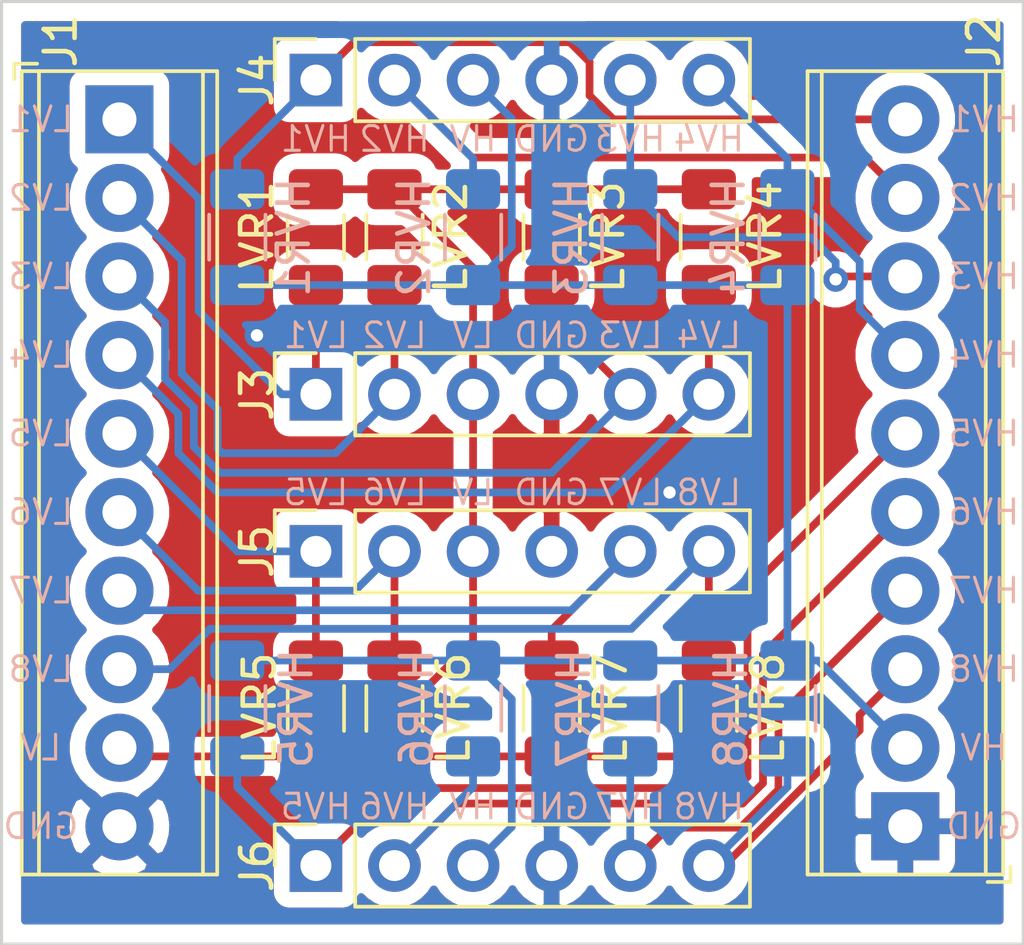
<source format=kicad_pcb>
(kicad_pcb (version 20171130) (host pcbnew 5.1.12-84ad8e8a86~92~ubuntu20.04.1)

  (general
    (thickness 1.6002)
    (drawings 48)
    (tracks 129)
    (zones 0)
    (modules 22)
    (nets 20)
  )

  (page A4)
  (title_block
    (rev 1)
  )

  (layers
    (0 Front signal)
    (31 Back signal)
    (34 B.Paste user)
    (35 F.Paste user)
    (36 B.SilkS user)
    (37 F.SilkS user)
    (38 B.Mask user)
    (39 F.Mask user)
    (44 Edge.Cuts user)
    (45 Margin user hide)
    (46 B.CrtYd user hide)
    (47 F.CrtYd user hide)
    (49 F.Fab user hide)
  )

  (setup
    (last_trace_width 0.25)
    (user_trace_width 0.1)
    (user_trace_width 0.2)
    (user_trace_width 0.5)
    (trace_clearance 0.25)
    (zone_clearance 0.508)
    (zone_45_only no)
    (trace_min 0.1)
    (via_size 0.8)
    (via_drill 0.4)
    (via_min_size 0.45)
    (via_min_drill 0.2)
    (user_via 0.45 0.2)
    (user_via 0.8 0.4)
    (uvia_size 0.8)
    (uvia_drill 0.4)
    (uvias_allowed no)
    (uvia_min_size 0)
    (uvia_min_drill 0)
    (edge_width 0.1)
    (segment_width 0.1)
    (pcb_text_width 0.3)
    (pcb_text_size 1.5 1.5)
    (mod_edge_width 0.1)
    (mod_text_size 0.8 0.8)
    (mod_text_width 0.1)
    (pad_size 1.524 1.524)
    (pad_drill 0.762)
    (pad_to_mask_clearance 0)
    (solder_mask_min_width 0.1)
    (aux_axis_origin 0 0)
    (visible_elements FFFFFF7F)
    (pcbplotparams
      (layerselection 0x010fc_ffffffff)
      (usegerberextensions false)
      (usegerberattributes false)
      (usegerberadvancedattributes false)
      (creategerberjobfile false)
      (excludeedgelayer true)
      (linewidth 0.152400)
      (plotframeref false)
      (viasonmask false)
      (mode 1)
      (useauxorigin false)
      (hpglpennumber 1)
      (hpglpenspeed 20)
      (hpglpendiameter 15.000000)
      (psnegative false)
      (psa4output false)
      (plotreference true)
      (plotvalue false)
      (plotinvisibletext false)
      (padsonsilk false)
      (subtractmaskfromsilk true)
      (outputformat 1)
      (mirror false)
      (drillshape 0)
      (scaleselection 1)
      (outputdirectory "./gerbers_for_aisler"))
  )

  (net 0 "")
  (net 1 /GND)
  (net 2 /LV)
  (net 3 /LV1)
  (net 4 /HV1)
  (net 5 /HV)
  (net 6 /LV24)
  (net 7 /LV23)
  (net 8 /LV22)
  (net 9 /LV21)
  (net 10 /LV14)
  (net 11 /LV13)
  (net 12 /LV12)
  (net 13 /HV24)
  (net 14 /HV23)
  (net 15 /HV22)
  (net 16 /HV21)
  (net 17 /HV14)
  (net 18 /HV13)
  (net 19 /HV12)

  (net_class Default "This is the default net class."
    (clearance 0.25)
    (trace_width 0.25)
    (via_dia 0.8)
    (via_drill 0.4)
    (uvia_dia 0.8)
    (uvia_drill 0.4)
    (diff_pair_width 0.25)
    (diff_pair_gap 0.25)
    (add_net /GND)
    (add_net /HV)
    (add_net /HV1)
    (add_net /HV12)
    (add_net /HV13)
    (add_net /HV14)
    (add_net /HV21)
    (add_net /HV22)
    (add_net /HV23)
    (add_net /HV24)
    (add_net /LV)
    (add_net /LV1)
    (add_net /LV12)
    (add_net /LV13)
    (add_net /LV14)
    (add_net /LV21)
    (add_net /LV22)
    (add_net /LV23)
    (add_net /LV24)
  )

  (net_class Min "This is the bare minimum allowed."
    (clearance 0.1)
    (trace_width 0.1)
    (via_dia 0.45)
    (via_drill 0.2)
    (uvia_dia 0.45)
    (uvia_drill 0.2)
    (diff_pair_width 0.12)
    (diff_pair_gap 0.12)
  )

  (module Resistor_SMD:R_1206_3216Metric_Pad1.30x1.75mm_HandSolder (layer Back) (tedit 5F68FEEE) (tstamp 61BFF689)
    (at 138.43 78.74 90)
    (descr "Resistor SMD 1206 (3216 Metric), square (rectangular) end terminal, IPC_7351 nominal with elongated pad for handsoldering. (Body size source: IPC-SM-782 page 72, https://www.pcb-3d.com/wordpress/wp-content/uploads/ipc-sm-782a_amendment_1_and_2.pdf), generated with kicad-footprint-generator")
    (tags "resistor handsolder")
    (path /61C39E0D)
    (attr smd)
    (fp_text reference HVR4 (at 0 -1.905 -90) (layer B.SilkS)
      (effects (font (size 1 1) (thickness 0.15)) (justify mirror))
    )
    (fp_text value R (at 0 -1.82 -90) (layer B.Fab)
      (effects (font (size 1 1) (thickness 0.15)) (justify mirror))
    )
    (fp_line (start 2.45 -1.12) (end -2.45 -1.12) (layer B.CrtYd) (width 0.05))
    (fp_line (start 2.45 1.12) (end 2.45 -1.12) (layer B.CrtYd) (width 0.05))
    (fp_line (start -2.45 1.12) (end 2.45 1.12) (layer B.CrtYd) (width 0.05))
    (fp_line (start -2.45 -1.12) (end -2.45 1.12) (layer B.CrtYd) (width 0.05))
    (fp_line (start -0.727064 -0.91) (end 0.727064 -0.91) (layer B.SilkS) (width 0.12))
    (fp_line (start -0.727064 0.91) (end 0.727064 0.91) (layer B.SilkS) (width 0.12))
    (fp_line (start 1.6 -0.8) (end -1.6 -0.8) (layer B.Fab) (width 0.1))
    (fp_line (start 1.6 0.8) (end 1.6 -0.8) (layer B.Fab) (width 0.1))
    (fp_line (start -1.6 0.8) (end 1.6 0.8) (layer B.Fab) (width 0.1))
    (fp_line (start -1.6 -0.8) (end -1.6 0.8) (layer B.Fab) (width 0.1))
    (fp_text user %R (at 0 0 -90) (layer B.Fab)
      (effects (font (size 0.8 0.8) (thickness 0.12)) (justify mirror))
    )
    (pad 2 smd roundrect (at 1.55 0 90) (size 1.3 1.75) (layers Back B.Paste B.Mask) (roundrect_rratio 0.192308)
      (net 17 /HV14))
    (pad 1 smd roundrect (at -1.55 0 90) (size 1.3 1.75) (layers Back B.Paste B.Mask) (roundrect_rratio 0.192308)
      (net 5 /HV))
    (model ${KISYS3DMOD}/Resistor_SMD.3dshapes/R_1206_3216Metric.wrl
      (at (xyz 0 0 0))
      (scale (xyz 1 1 1))
      (rotate (xyz 0 0 0))
    )
  )

  (module Resistor_SMD:R_1206_3216Metric_Pad1.30x1.75mm_HandSolder (layer Back) (tedit 5F68FEEE) (tstamp 61BFF6CD)
    (at 138.43 93.98 270)
    (descr "Resistor SMD 1206 (3216 Metric), square (rectangular) end terminal, IPC_7351 nominal with elongated pad for handsoldering. (Body size source: IPC-SM-782 page 72, https://www.pcb-3d.com/wordpress/wp-content/uploads/ipc-sm-782a_amendment_1_and_2.pdf), generated with kicad-footprint-generator")
    (tags "resistor handsolder")
    (path /61C22BF7)
    (attr smd)
    (fp_text reference HVR8 (at 0 1.82 270) (layer B.SilkS)
      (effects (font (size 1 1) (thickness 0.15)) (justify mirror))
    )
    (fp_text value R (at 0 -1.82 270) (layer B.Fab)
      (effects (font (size 1 1) (thickness 0.15)) (justify mirror))
    )
    (fp_line (start 2.45 -1.12) (end -2.45 -1.12) (layer B.CrtYd) (width 0.05))
    (fp_line (start 2.45 1.12) (end 2.45 -1.12) (layer B.CrtYd) (width 0.05))
    (fp_line (start -2.45 1.12) (end 2.45 1.12) (layer B.CrtYd) (width 0.05))
    (fp_line (start -2.45 -1.12) (end -2.45 1.12) (layer B.CrtYd) (width 0.05))
    (fp_line (start -0.727064 -0.91) (end 0.727064 -0.91) (layer B.SilkS) (width 0.12))
    (fp_line (start -0.727064 0.91) (end 0.727064 0.91) (layer B.SilkS) (width 0.12))
    (fp_line (start 1.6 -0.8) (end -1.6 -0.8) (layer B.Fab) (width 0.1))
    (fp_line (start 1.6 0.8) (end 1.6 -0.8) (layer B.Fab) (width 0.1))
    (fp_line (start -1.6 0.8) (end 1.6 0.8) (layer B.Fab) (width 0.1))
    (fp_line (start -1.6 -0.8) (end -1.6 0.8) (layer B.Fab) (width 0.1))
    (fp_text user %R (at 0 0 270) (layer B.Fab)
      (effects (font (size 0.8 0.8) (thickness 0.12)) (justify mirror))
    )
    (pad 2 smd roundrect (at 1.55 0 270) (size 1.3 1.75) (layers Back B.Paste B.Mask) (roundrect_rratio 0.192308)
      (net 13 /HV24))
    (pad 1 smd roundrect (at -1.55 0 270) (size 1.3 1.75) (layers Back B.Paste B.Mask) (roundrect_rratio 0.192308)
      (net 5 /HV))
    (model ${KISYS3DMOD}/Resistor_SMD.3dshapes/R_1206_3216Metric.wrl
      (at (xyz 0 0 0))
      (scale (xyz 1 1 1))
      (rotate (xyz 0 0 0))
    )
  )

  (module TerminalBlock_Phoenix:TerminalBlock_Phoenix_MPT-0,5-10-2.54_1x10_P2.54mm_Horizontal (layer Front) (tedit 5B294F9E) (tstamp 61BFF59D)
    (at 116.84 74.93 270)
    (descr "Terminal Block Phoenix MPT-0,5-10-2.54, 10 pins, pitch 2.54mm, size 25.9x6.2mm^2, drill diamater 1.1mm, pad diameter 2.2mm, see http://www.mouser.com/ds/2/324/ItemDetail_1725672-916605.pdf, script-generated using https://github.com/pointhi/kicad-footprint-generator/scripts/TerminalBlock_Phoenix")
    (tags "THT Terminal Block Phoenix MPT-0,5-10-2.54 pitch 2.54mm size 25.9x6.2mm^2 drill 1.1mm pad 2.2mm")
    (path /61BCF3D2)
    (fp_text reference J1 (at -2.54 1.905 90) (layer F.SilkS)
      (effects (font (size 1 1) (thickness 0.15)))
    )
    (fp_text value ConnLV (at 11.43 4.16 90) (layer F.Fab)
      (effects (font (size 1 1) (thickness 0.15)))
    )
    (fp_line (start 24.86 -3.6) (end -2 -3.6) (layer F.CrtYd) (width 0.05))
    (fp_line (start 24.86 3.6) (end 24.86 -3.6) (layer F.CrtYd) (width 0.05))
    (fp_line (start -2 3.6) (end 24.86 3.6) (layer F.CrtYd) (width 0.05))
    (fp_line (start -2 -3.6) (end -2 3.6) (layer F.CrtYd) (width 0.05))
    (fp_line (start -1.8 3.4) (end -1.3 3.4) (layer F.SilkS) (width 0.12))
    (fp_line (start -1.8 2.66) (end -1.8 3.4) (layer F.SilkS) (width 0.12))
    (fp_line (start 23.561 -0.835) (end 22.026 0.7) (layer F.Fab) (width 0.1))
    (fp_line (start 23.695 -0.7) (end 22.16 0.835) (layer F.Fab) (width 0.1))
    (fp_line (start 21.021 -0.835) (end 19.486 0.7) (layer F.Fab) (width 0.1))
    (fp_line (start 21.155 -0.7) (end 19.62 0.835) (layer F.Fab) (width 0.1))
    (fp_line (start 18.481 -0.835) (end 16.946 0.7) (layer F.Fab) (width 0.1))
    (fp_line (start 18.615 -0.7) (end 17.08 0.835) (layer F.Fab) (width 0.1))
    (fp_line (start 15.941 -0.835) (end 14.406 0.7) (layer F.Fab) (width 0.1))
    (fp_line (start 16.075 -0.7) (end 14.54 0.835) (layer F.Fab) (width 0.1))
    (fp_line (start 13.401 -0.835) (end 11.866 0.7) (layer F.Fab) (width 0.1))
    (fp_line (start 13.535 -0.7) (end 12 0.835) (layer F.Fab) (width 0.1))
    (fp_line (start 10.861 -0.835) (end 9.326 0.7) (layer F.Fab) (width 0.1))
    (fp_line (start 10.995 -0.7) (end 9.46 0.835) (layer F.Fab) (width 0.1))
    (fp_line (start 8.321 -0.835) (end 6.786 0.7) (layer F.Fab) (width 0.1))
    (fp_line (start 8.455 -0.7) (end 6.92 0.835) (layer F.Fab) (width 0.1))
    (fp_line (start 5.781 -0.835) (end 4.246 0.7) (layer F.Fab) (width 0.1))
    (fp_line (start 5.915 -0.7) (end 4.38 0.835) (layer F.Fab) (width 0.1))
    (fp_line (start 3.241 -0.835) (end 1.706 0.7) (layer F.Fab) (width 0.1))
    (fp_line (start 3.375 -0.7) (end 1.84 0.835) (layer F.Fab) (width 0.1))
    (fp_line (start 0.701 -0.835) (end -0.835 0.7) (layer F.Fab) (width 0.1))
    (fp_line (start 0.835 -0.7) (end -0.701 0.835) (layer F.Fab) (width 0.1))
    (fp_line (start 24.42 -3.16) (end 24.42 3.16) (layer F.SilkS) (width 0.12))
    (fp_line (start -1.56 -3.16) (end -1.56 3.16) (layer F.SilkS) (width 0.12))
    (fp_line (start -1.56 3.16) (end 24.42 3.16) (layer F.SilkS) (width 0.12))
    (fp_line (start -1.56 -3.16) (end 24.42 -3.16) (layer F.SilkS) (width 0.12))
    (fp_line (start -1.56 -2.7) (end 24.42 -2.7) (layer F.SilkS) (width 0.12))
    (fp_line (start -1.5 -2.7) (end 24.36 -2.7) (layer F.Fab) (width 0.1))
    (fp_line (start -1.56 2.6) (end 24.42 2.6) (layer F.SilkS) (width 0.12))
    (fp_line (start -1.5 2.6) (end 24.36 2.6) (layer F.Fab) (width 0.1))
    (fp_line (start -1.5 2.6) (end -1.5 -3.1) (layer F.Fab) (width 0.1))
    (fp_line (start -1 3.1) (end -1.5 2.6) (layer F.Fab) (width 0.1))
    (fp_line (start 24.36 3.1) (end -1 3.1) (layer F.Fab) (width 0.1))
    (fp_line (start 24.36 -3.1) (end 24.36 3.1) (layer F.Fab) (width 0.1))
    (fp_line (start -1.5 -3.1) (end 24.36 -3.1) (layer F.Fab) (width 0.1))
    (fp_circle (center 22.86 0) (end 23.96 0) (layer F.Fab) (width 0.1))
    (fp_circle (center 20.32 0) (end 21.42 0) (layer F.Fab) (width 0.1))
    (fp_circle (center 17.78 0) (end 18.88 0) (layer F.Fab) (width 0.1))
    (fp_circle (center 15.24 0) (end 16.34 0) (layer F.Fab) (width 0.1))
    (fp_circle (center 12.7 0) (end 13.8 0) (layer F.Fab) (width 0.1))
    (fp_circle (center 10.16 0) (end 11.26 0) (layer F.Fab) (width 0.1))
    (fp_circle (center 7.62 0) (end 8.72 0) (layer F.Fab) (width 0.1))
    (fp_circle (center 5.08 0) (end 6.18 0) (layer F.Fab) (width 0.1))
    (fp_circle (center 2.54 0) (end 3.64 0) (layer F.Fab) (width 0.1))
    (fp_circle (center 0 0) (end 1.1 0) (layer F.Fab) (width 0.1))
    (fp_text user %R (at 11.43 2 90) (layer F.Fab)
      (effects (font (size 1 1) (thickness 0.15)))
    )
    (pad 10 thru_hole circle (at 22.86 0 270) (size 2.2 2.2) (drill 1.1) (layers *.Cu *.Mask)
      (net 1 /GND))
    (pad 9 thru_hole circle (at 20.32 0 270) (size 2.2 2.2) (drill 1.1) (layers *.Cu *.Mask)
      (net 2 /LV))
    (pad 8 thru_hole circle (at 17.78 0 270) (size 2.2 2.2) (drill 1.1) (layers *.Cu *.Mask)
      (net 6 /LV24))
    (pad 7 thru_hole circle (at 15.24 0 270) (size 2.2 2.2) (drill 1.1) (layers *.Cu *.Mask)
      (net 7 /LV23))
    (pad 6 thru_hole circle (at 12.7 0 270) (size 2.2 2.2) (drill 1.1) (layers *.Cu *.Mask)
      (net 8 /LV22))
    (pad 5 thru_hole circle (at 10.16 0 270) (size 2.2 2.2) (drill 1.1) (layers *.Cu *.Mask)
      (net 9 /LV21))
    (pad 4 thru_hole circle (at 7.62 0 270) (size 2.2 2.2) (drill 1.1) (layers *.Cu *.Mask)
      (net 10 /LV14))
    (pad 3 thru_hole circle (at 5.08 0 270) (size 2.2 2.2) (drill 1.1) (layers *.Cu *.Mask)
      (net 11 /LV13))
    (pad 2 thru_hole circle (at 2.54 0 270) (size 2.2 2.2) (drill 1.1) (layers *.Cu *.Mask)
      (net 12 /LV12))
    (pad 1 thru_hole rect (at 0 0 270) (size 2.2 2.2) (drill 1.1) (layers *.Cu *.Mask)
      (net 3 /LV1))
    (model ${KISYS3DMOD}/TerminalBlock_Phoenix.3dshapes/TerminalBlock_Phoenix_MPT-0,5-10-2.54_1x10_P2.54mm_Horizontal.wrl
      (at (xyz 0 0 0))
      (scale (xyz 1 1 1))
      (rotate (xyz 0 0 0))
    )
  )

  (module TerminalBlock_Phoenix:TerminalBlock_Phoenix_MPT-0,5-10-2.54_1x10_P2.54mm_Horizontal (layer Front) (tedit 5B294F9E) (tstamp 61BFF5DD)
    (at 142.24 97.79 90)
    (descr "Terminal Block Phoenix MPT-0,5-10-2.54, 10 pins, pitch 2.54mm, size 25.9x6.2mm^2, drill diamater 1.1mm, pad diameter 2.2mm, see http://www.mouser.com/ds/2/324/ItemDetail_1725672-916605.pdf, script-generated using https://github.com/pointhi/kicad-footprint-generator/scripts/TerminalBlock_Phoenix")
    (tags "THT Terminal Block Phoenix MPT-0,5-10-2.54 pitch 2.54mm size 25.9x6.2mm^2 drill 1.1mm pad 2.2mm")
    (path /61BD0E39)
    (fp_text reference J2 (at 25.4 2.54 90) (layer F.SilkS)
      (effects (font (size 1 1) (thickness 0.15)))
    )
    (fp_text value ConnHV (at 11.43 4.16 90) (layer F.Fab)
      (effects (font (size 1 1) (thickness 0.15)))
    )
    (fp_circle (center 0 0) (end 1.1 0) (layer F.Fab) (width 0.1))
    (fp_circle (center 2.54 0) (end 3.64 0) (layer F.Fab) (width 0.1))
    (fp_circle (center 5.08 0) (end 6.18 0) (layer F.Fab) (width 0.1))
    (fp_circle (center 7.62 0) (end 8.72 0) (layer F.Fab) (width 0.1))
    (fp_circle (center 10.16 0) (end 11.26 0) (layer F.Fab) (width 0.1))
    (fp_circle (center 12.7 0) (end 13.8 0) (layer F.Fab) (width 0.1))
    (fp_circle (center 15.24 0) (end 16.34 0) (layer F.Fab) (width 0.1))
    (fp_circle (center 17.78 0) (end 18.88 0) (layer F.Fab) (width 0.1))
    (fp_circle (center 20.32 0) (end 21.42 0) (layer F.Fab) (width 0.1))
    (fp_circle (center 22.86 0) (end 23.96 0) (layer F.Fab) (width 0.1))
    (fp_line (start -1.5 -3.1) (end 24.36 -3.1) (layer F.Fab) (width 0.1))
    (fp_line (start 24.36 -3.1) (end 24.36 3.1) (layer F.Fab) (width 0.1))
    (fp_line (start 24.36 3.1) (end -1 3.1) (layer F.Fab) (width 0.1))
    (fp_line (start -1 3.1) (end -1.5 2.6) (layer F.Fab) (width 0.1))
    (fp_line (start -1.5 2.6) (end -1.5 -3.1) (layer F.Fab) (width 0.1))
    (fp_line (start -1.5 2.6) (end 24.36 2.6) (layer F.Fab) (width 0.1))
    (fp_line (start -1.56 2.6) (end 24.42 2.6) (layer F.SilkS) (width 0.12))
    (fp_line (start -1.5 -2.7) (end 24.36 -2.7) (layer F.Fab) (width 0.1))
    (fp_line (start -1.56 -2.7) (end 24.42 -2.7) (layer F.SilkS) (width 0.12))
    (fp_line (start -1.56 -3.16) (end 24.42 -3.16) (layer F.SilkS) (width 0.12))
    (fp_line (start -1.56 3.16) (end 24.42 3.16) (layer F.SilkS) (width 0.12))
    (fp_line (start -1.56 -3.16) (end -1.56 3.16) (layer F.SilkS) (width 0.12))
    (fp_line (start 24.42 -3.16) (end 24.42 3.16) (layer F.SilkS) (width 0.12))
    (fp_line (start 0.835 -0.7) (end -0.701 0.835) (layer F.Fab) (width 0.1))
    (fp_line (start 0.701 -0.835) (end -0.835 0.7) (layer F.Fab) (width 0.1))
    (fp_line (start 3.375 -0.7) (end 1.84 0.835) (layer F.Fab) (width 0.1))
    (fp_line (start 3.241 -0.835) (end 1.706 0.7) (layer F.Fab) (width 0.1))
    (fp_line (start 5.915 -0.7) (end 4.38 0.835) (layer F.Fab) (width 0.1))
    (fp_line (start 5.781 -0.835) (end 4.246 0.7) (layer F.Fab) (width 0.1))
    (fp_line (start 8.455 -0.7) (end 6.92 0.835) (layer F.Fab) (width 0.1))
    (fp_line (start 8.321 -0.835) (end 6.786 0.7) (layer F.Fab) (width 0.1))
    (fp_line (start 10.995 -0.7) (end 9.46 0.835) (layer F.Fab) (width 0.1))
    (fp_line (start 10.861 -0.835) (end 9.326 0.7) (layer F.Fab) (width 0.1))
    (fp_line (start 13.535 -0.7) (end 12 0.835) (layer F.Fab) (width 0.1))
    (fp_line (start 13.401 -0.835) (end 11.866 0.7) (layer F.Fab) (width 0.1))
    (fp_line (start 16.075 -0.7) (end 14.54 0.835) (layer F.Fab) (width 0.1))
    (fp_line (start 15.941 -0.835) (end 14.406 0.7) (layer F.Fab) (width 0.1))
    (fp_line (start 18.615 -0.7) (end 17.08 0.835) (layer F.Fab) (width 0.1))
    (fp_line (start 18.481 -0.835) (end 16.946 0.7) (layer F.Fab) (width 0.1))
    (fp_line (start 21.155 -0.7) (end 19.62 0.835) (layer F.Fab) (width 0.1))
    (fp_line (start 21.021 -0.835) (end 19.486 0.7) (layer F.Fab) (width 0.1))
    (fp_line (start 23.695 -0.7) (end 22.16 0.835) (layer F.Fab) (width 0.1))
    (fp_line (start 23.561 -0.835) (end 22.026 0.7) (layer F.Fab) (width 0.1))
    (fp_line (start -1.8 2.66) (end -1.8 3.4) (layer F.SilkS) (width 0.12))
    (fp_line (start -1.8 3.4) (end -1.3 3.4) (layer F.SilkS) (width 0.12))
    (fp_line (start -2 -3.6) (end -2 3.6) (layer F.CrtYd) (width 0.05))
    (fp_line (start -2 3.6) (end 24.86 3.6) (layer F.CrtYd) (width 0.05))
    (fp_line (start 24.86 3.6) (end 24.86 -3.6) (layer F.CrtYd) (width 0.05))
    (fp_line (start 24.86 -3.6) (end -2 -3.6) (layer F.CrtYd) (width 0.05))
    (fp_text user %R (at 11.43 2 90) (layer F.Fab)
      (effects (font (size 1 1) (thickness 0.15)))
    )
    (pad 1 thru_hole rect (at 0 0 90) (size 2.2 2.2) (drill 1.1) (layers *.Cu *.Mask)
      (net 1 /GND))
    (pad 2 thru_hole circle (at 2.54 0 90) (size 2.2 2.2) (drill 1.1) (layers *.Cu *.Mask)
      (net 5 /HV))
    (pad 3 thru_hole circle (at 5.08 0 90) (size 2.2 2.2) (drill 1.1) (layers *.Cu *.Mask)
      (net 13 /HV24))
    (pad 4 thru_hole circle (at 7.62 0 90) (size 2.2 2.2) (drill 1.1) (layers *.Cu *.Mask)
      (net 14 /HV23))
    (pad 5 thru_hole circle (at 10.16 0 90) (size 2.2 2.2) (drill 1.1) (layers *.Cu *.Mask)
      (net 15 /HV22))
    (pad 6 thru_hole circle (at 12.7 0 90) (size 2.2 2.2) (drill 1.1) (layers *.Cu *.Mask)
      (net 16 /HV21))
    (pad 7 thru_hole circle (at 15.24 0 90) (size 2.2 2.2) (drill 1.1) (layers *.Cu *.Mask)
      (net 17 /HV14))
    (pad 8 thru_hole circle (at 17.78 0 90) (size 2.2 2.2) (drill 1.1) (layers *.Cu *.Mask)
      (net 18 /HV13))
    (pad 9 thru_hole circle (at 20.32 0 90) (size 2.2 2.2) (drill 1.1) (layers *.Cu *.Mask)
      (net 19 /HV12))
    (pad 10 thru_hole circle (at 22.86 0 90) (size 2.2 2.2) (drill 1.1) (layers *.Cu *.Mask)
      (net 4 /HV1))
    (model ${KISYS3DMOD}/TerminalBlock_Phoenix.3dshapes/TerminalBlock_Phoenix_MPT-0,5-10-2.54_1x10_P2.54mm_Horizontal.wrl
      (at (xyz 0 0 0))
      (scale (xyz 1 1 1))
      (rotate (xyz 0 0 0))
    )
  )

  (module Connector_PinSocket_2.54mm:PinSocket_1x06_P2.54mm_Vertical (layer Front) (tedit 5A19A430) (tstamp 61BFF5F7)
    (at 123.19 83.82 90)
    (descr "Through hole straight socket strip, 1x06, 2.54mm pitch, single row (from Kicad 4.0.7), script generated")
    (tags "Through hole socket strip THT 1x06 2.54mm single row")
    (path /61BD4DA7)
    (fp_text reference J3 (at 0 -1.905 90) (layer F.SilkS)
      (effects (font (size 1 1) (thickness 0.15)))
    )
    (fp_text value LevelConverterLV (at 0 15.47 90) (layer F.Fab)
      (effects (font (size 1 1) (thickness 0.15)))
    )
    (fp_line (start -1.8 14.45) (end -1.8 -1.8) (layer F.CrtYd) (width 0.05))
    (fp_line (start 1.75 14.45) (end -1.8 14.45) (layer F.CrtYd) (width 0.05))
    (fp_line (start 1.75 -1.8) (end 1.75 14.45) (layer F.CrtYd) (width 0.05))
    (fp_line (start -1.8 -1.8) (end 1.75 -1.8) (layer F.CrtYd) (width 0.05))
    (fp_line (start 0 -1.33) (end 1.33 -1.33) (layer F.SilkS) (width 0.12))
    (fp_line (start 1.33 -1.33) (end 1.33 0) (layer F.SilkS) (width 0.12))
    (fp_line (start 1.33 1.27) (end 1.33 14.03) (layer F.SilkS) (width 0.12))
    (fp_line (start -1.33 14.03) (end 1.33 14.03) (layer F.SilkS) (width 0.12))
    (fp_line (start -1.33 1.27) (end -1.33 14.03) (layer F.SilkS) (width 0.12))
    (fp_line (start -1.33 1.27) (end 1.33 1.27) (layer F.SilkS) (width 0.12))
    (fp_line (start -1.27 13.97) (end -1.27 -1.27) (layer F.Fab) (width 0.1))
    (fp_line (start 1.27 13.97) (end -1.27 13.97) (layer F.Fab) (width 0.1))
    (fp_line (start 1.27 -0.635) (end 1.27 13.97) (layer F.Fab) (width 0.1))
    (fp_line (start 0.635 -1.27) (end 1.27 -0.635) (layer F.Fab) (width 0.1))
    (fp_line (start -1.27 -1.27) (end 0.635 -1.27) (layer F.Fab) (width 0.1))
    (fp_text user %R (at 0 6.35) (layer F.Fab)
      (effects (font (size 1 1) (thickness 0.15)))
    )
    (pad 6 thru_hole oval (at 0 12.7 90) (size 1.7 1.7) (drill 1) (layers *.Cu *.Mask)
      (net 10 /LV14))
    (pad 5 thru_hole oval (at 0 10.16 90) (size 1.7 1.7) (drill 1) (layers *.Cu *.Mask)
      (net 11 /LV13))
    (pad 4 thru_hole oval (at 0 7.62 90) (size 1.7 1.7) (drill 1) (layers *.Cu *.Mask)
      (net 1 /GND))
    (pad 3 thru_hole oval (at 0 5.08 90) (size 1.7 1.7) (drill 1) (layers *.Cu *.Mask)
      (net 2 /LV))
    (pad 2 thru_hole oval (at 0 2.54 90) (size 1.7 1.7) (drill 1) (layers *.Cu *.Mask)
      (net 12 /LV12))
    (pad 1 thru_hole rect (at 0 0 90) (size 1.7 1.7) (drill 1) (layers *.Cu *.Mask)
      (net 3 /LV1))
    (model ${KISYS3DMOD}/Connector_PinSocket_2.54mm.3dshapes/PinSocket_1x06_P2.54mm_Vertical.wrl
      (at (xyz 0 0 0))
      (scale (xyz 1 1 1))
      (rotate (xyz 0 0 0))
    )
  )

  (module Connector_PinSocket_2.54mm:PinSocket_1x06_P2.54mm_Vertical (layer Front) (tedit 5A19A430) (tstamp 61BFF611)
    (at 123.19 73.66 90)
    (descr "Through hole straight socket strip, 1x06, 2.54mm pitch, single row (from Kicad 4.0.7), script generated")
    (tags "Through hole socket strip THT 1x06 2.54mm single row")
    (path /61BD8F4C)
    (fp_text reference J4 (at 0 -1.905 90) (layer F.SilkS)
      (effects (font (size 1 1) (thickness 0.15)))
    )
    (fp_text value LevelConverterHV (at 0 15.47 90) (layer F.Fab)
      (effects (font (size 1 1) (thickness 0.15)))
    )
    (fp_line (start -1.27 -1.27) (end 0.635 -1.27) (layer F.Fab) (width 0.1))
    (fp_line (start 0.635 -1.27) (end 1.27 -0.635) (layer F.Fab) (width 0.1))
    (fp_line (start 1.27 -0.635) (end 1.27 13.97) (layer F.Fab) (width 0.1))
    (fp_line (start 1.27 13.97) (end -1.27 13.97) (layer F.Fab) (width 0.1))
    (fp_line (start -1.27 13.97) (end -1.27 -1.27) (layer F.Fab) (width 0.1))
    (fp_line (start -1.33 1.27) (end 1.33 1.27) (layer F.SilkS) (width 0.12))
    (fp_line (start -1.33 1.27) (end -1.33 14.03) (layer F.SilkS) (width 0.12))
    (fp_line (start -1.33 14.03) (end 1.33 14.03) (layer F.SilkS) (width 0.12))
    (fp_line (start 1.33 1.27) (end 1.33 14.03) (layer F.SilkS) (width 0.12))
    (fp_line (start 1.33 -1.33) (end 1.33 0) (layer F.SilkS) (width 0.12))
    (fp_line (start 0 -1.33) (end 1.33 -1.33) (layer F.SilkS) (width 0.12))
    (fp_line (start -1.8 -1.8) (end 1.75 -1.8) (layer F.CrtYd) (width 0.05))
    (fp_line (start 1.75 -1.8) (end 1.75 14.45) (layer F.CrtYd) (width 0.05))
    (fp_line (start 1.75 14.45) (end -1.8 14.45) (layer F.CrtYd) (width 0.05))
    (fp_line (start -1.8 14.45) (end -1.8 -1.8) (layer F.CrtYd) (width 0.05))
    (fp_text user %R (at 0 6.35) (layer F.Fab)
      (effects (font (size 1 1) (thickness 0.15)))
    )
    (pad 1 thru_hole rect (at 0 0 90) (size 1.7 1.7) (drill 1) (layers *.Cu *.Mask)
      (net 4 /HV1))
    (pad 2 thru_hole oval (at 0 2.54 90) (size 1.7 1.7) (drill 1) (layers *.Cu *.Mask)
      (net 19 /HV12))
    (pad 3 thru_hole oval (at 0 5.08 90) (size 1.7 1.7) (drill 1) (layers *.Cu *.Mask)
      (net 5 /HV))
    (pad 4 thru_hole oval (at 0 7.62 90) (size 1.7 1.7) (drill 1) (layers *.Cu *.Mask)
      (net 1 /GND))
    (pad 5 thru_hole oval (at 0 10.16 90) (size 1.7 1.7) (drill 1) (layers *.Cu *.Mask)
      (net 18 /HV13))
    (pad 6 thru_hole oval (at 0 12.7 90) (size 1.7 1.7) (drill 1) (layers *.Cu *.Mask)
      (net 17 /HV14))
    (model ${KISYS3DMOD}/Connector_PinSocket_2.54mm.3dshapes/PinSocket_1x06_P2.54mm_Vertical.wrl
      (at (xyz 0 0 0))
      (scale (xyz 1 1 1))
      (rotate (xyz 0 0 0))
    )
  )

  (module Connector_PinSocket_2.54mm:PinSocket_1x06_P2.54mm_Vertical (layer Front) (tedit 5A19A430) (tstamp 61BFF62B)
    (at 123.19 88.9 90)
    (descr "Through hole straight socket strip, 1x06, 2.54mm pitch, single row (from Kicad 4.0.7), script generated")
    (tags "Through hole socket strip THT 1x06 2.54mm single row")
    (path /61BE2C02)
    (fp_text reference J5 (at 0 -1.905 90) (layer F.SilkS)
      (effects (font (size 1 1) (thickness 0.15)))
    )
    (fp_text value LevelConverterHV (at 0 15.47 90) (layer F.Fab)
      (effects (font (size 1 1) (thickness 0.15)))
    )
    (fp_line (start -1.8 14.45) (end -1.8 -1.8) (layer F.CrtYd) (width 0.05))
    (fp_line (start 1.75 14.45) (end -1.8 14.45) (layer F.CrtYd) (width 0.05))
    (fp_line (start 1.75 -1.8) (end 1.75 14.45) (layer F.CrtYd) (width 0.05))
    (fp_line (start -1.8 -1.8) (end 1.75 -1.8) (layer F.CrtYd) (width 0.05))
    (fp_line (start 0 -1.33) (end 1.33 -1.33) (layer F.SilkS) (width 0.12))
    (fp_line (start 1.33 -1.33) (end 1.33 0) (layer F.SilkS) (width 0.12))
    (fp_line (start 1.33 1.27) (end 1.33 14.03) (layer F.SilkS) (width 0.12))
    (fp_line (start -1.33 14.03) (end 1.33 14.03) (layer F.SilkS) (width 0.12))
    (fp_line (start -1.33 1.27) (end -1.33 14.03) (layer F.SilkS) (width 0.12))
    (fp_line (start -1.33 1.27) (end 1.33 1.27) (layer F.SilkS) (width 0.12))
    (fp_line (start -1.27 13.97) (end -1.27 -1.27) (layer F.Fab) (width 0.1))
    (fp_line (start 1.27 13.97) (end -1.27 13.97) (layer F.Fab) (width 0.1))
    (fp_line (start 1.27 -0.635) (end 1.27 13.97) (layer F.Fab) (width 0.1))
    (fp_line (start 0.635 -1.27) (end 1.27 -0.635) (layer F.Fab) (width 0.1))
    (fp_line (start -1.27 -1.27) (end 0.635 -1.27) (layer F.Fab) (width 0.1))
    (fp_text user %R (at 0 6.35) (layer F.Fab)
      (effects (font (size 1 1) (thickness 0.15)))
    )
    (pad 6 thru_hole oval (at 0 12.7 90) (size 1.7 1.7) (drill 1) (layers *.Cu *.Mask)
      (net 6 /LV24))
    (pad 5 thru_hole oval (at 0 10.16 90) (size 1.7 1.7) (drill 1) (layers *.Cu *.Mask)
      (net 7 /LV23))
    (pad 4 thru_hole oval (at 0 7.62 90) (size 1.7 1.7) (drill 1) (layers *.Cu *.Mask)
      (net 1 /GND))
    (pad 3 thru_hole oval (at 0 5.08 90) (size 1.7 1.7) (drill 1) (layers *.Cu *.Mask)
      (net 2 /LV))
    (pad 2 thru_hole oval (at 0 2.54 90) (size 1.7 1.7) (drill 1) (layers *.Cu *.Mask)
      (net 8 /LV22))
    (pad 1 thru_hole rect (at 0 0 90) (size 1.7 1.7) (drill 1) (layers *.Cu *.Mask)
      (net 9 /LV21))
    (model ${KISYS3DMOD}/Connector_PinSocket_2.54mm.3dshapes/PinSocket_1x06_P2.54mm_Vertical.wrl
      (at (xyz 0 0 0))
      (scale (xyz 1 1 1))
      (rotate (xyz 0 0 0))
    )
  )

  (module Connector_PinSocket_2.54mm:PinSocket_1x06_P2.54mm_Vertical (layer Front) (tedit 5A19A430) (tstamp 61BFF645)
    (at 123.19 99.06 90)
    (descr "Through hole straight socket strip, 1x06, 2.54mm pitch, single row (from Kicad 4.0.7), script generated")
    (tags "Through hole socket strip THT 1x06 2.54mm single row")
    (path /61BE2C08)
    (fp_text reference J6 (at 0 -1.905 90) (layer F.SilkS)
      (effects (font (size 1 1) (thickness 0.15)))
    )
    (fp_text value LevelConverterHV (at 0 15.47 90) (layer F.Fab)
      (effects (font (size 1 1) (thickness 0.15)))
    )
    (fp_line (start -1.27 -1.27) (end 0.635 -1.27) (layer F.Fab) (width 0.1))
    (fp_line (start 0.635 -1.27) (end 1.27 -0.635) (layer F.Fab) (width 0.1))
    (fp_line (start 1.27 -0.635) (end 1.27 13.97) (layer F.Fab) (width 0.1))
    (fp_line (start 1.27 13.97) (end -1.27 13.97) (layer F.Fab) (width 0.1))
    (fp_line (start -1.27 13.97) (end -1.27 -1.27) (layer F.Fab) (width 0.1))
    (fp_line (start -1.33 1.27) (end 1.33 1.27) (layer F.SilkS) (width 0.12))
    (fp_line (start -1.33 1.27) (end -1.33 14.03) (layer F.SilkS) (width 0.12))
    (fp_line (start -1.33 14.03) (end 1.33 14.03) (layer F.SilkS) (width 0.12))
    (fp_line (start 1.33 1.27) (end 1.33 14.03) (layer F.SilkS) (width 0.12))
    (fp_line (start 1.33 -1.33) (end 1.33 0) (layer F.SilkS) (width 0.12))
    (fp_line (start 0 -1.33) (end 1.33 -1.33) (layer F.SilkS) (width 0.12))
    (fp_line (start -1.8 -1.8) (end 1.75 -1.8) (layer F.CrtYd) (width 0.05))
    (fp_line (start 1.75 -1.8) (end 1.75 14.45) (layer F.CrtYd) (width 0.05))
    (fp_line (start 1.75 14.45) (end -1.8 14.45) (layer F.CrtYd) (width 0.05))
    (fp_line (start -1.8 14.45) (end -1.8 -1.8) (layer F.CrtYd) (width 0.05))
    (fp_text user %R (at 0 6.35) (layer F.Fab)
      (effects (font (size 1 1) (thickness 0.15)))
    )
    (pad 1 thru_hole rect (at 0 0 90) (size 1.7 1.7) (drill 1) (layers *.Cu *.Mask)
      (net 16 /HV21))
    (pad 2 thru_hole oval (at 0 2.54 90) (size 1.7 1.7) (drill 1) (layers *.Cu *.Mask)
      (net 15 /HV22))
    (pad 3 thru_hole oval (at 0 5.08 90) (size 1.7 1.7) (drill 1) (layers *.Cu *.Mask)
      (net 5 /HV))
    (pad 4 thru_hole oval (at 0 7.62 90) (size 1.7 1.7) (drill 1) (layers *.Cu *.Mask)
      (net 1 /GND))
    (pad 5 thru_hole oval (at 0 10.16 90) (size 1.7 1.7) (drill 1) (layers *.Cu *.Mask)
      (net 14 /HV23))
    (pad 6 thru_hole oval (at 0 12.7 90) (size 1.7 1.7) (drill 1) (layers *.Cu *.Mask)
      (net 13 /HV24))
    (model ${KISYS3DMOD}/Connector_PinSocket_2.54mm.3dshapes/PinSocket_1x06_P2.54mm_Vertical.wrl
      (at (xyz 0 0 0))
      (scale (xyz 1 1 1))
      (rotate (xyz 0 0 0))
    )
  )

  (module Resistor_SMD:R_1206_3216Metric_Pad1.30x1.75mm_HandSolder (layer Back) (tedit 5F68FEEE) (tstamp 61BFF656)
    (at 120.65 78.74 90)
    (descr "Resistor SMD 1206 (3216 Metric), square (rectangular) end terminal, IPC_7351 nominal with elongated pad for handsoldering. (Body size source: IPC-SM-782 page 72, https://www.pcb-3d.com/wordpress/wp-content/uploads/ipc-sm-782a_amendment_1_and_2.pdf), generated with kicad-footprint-generator")
    (tags "resistor handsolder")
    (path /61C3F4D1)
    (attr smd)
    (fp_text reference HVR1 (at 0 1.82 -90) (layer B.SilkS)
      (effects (font (size 1 1) (thickness 0.15)) (justify mirror))
    )
    (fp_text value R (at 0 -1.82 -90) (layer B.Fab)
      (effects (font (size 1 1) (thickness 0.15)) (justify mirror))
    )
    (fp_line (start -1.6 -0.8) (end -1.6 0.8) (layer B.Fab) (width 0.1))
    (fp_line (start -1.6 0.8) (end 1.6 0.8) (layer B.Fab) (width 0.1))
    (fp_line (start 1.6 0.8) (end 1.6 -0.8) (layer B.Fab) (width 0.1))
    (fp_line (start 1.6 -0.8) (end -1.6 -0.8) (layer B.Fab) (width 0.1))
    (fp_line (start -0.727064 0.91) (end 0.727064 0.91) (layer B.SilkS) (width 0.12))
    (fp_line (start -0.727064 -0.91) (end 0.727064 -0.91) (layer B.SilkS) (width 0.12))
    (fp_line (start -2.45 -1.12) (end -2.45 1.12) (layer B.CrtYd) (width 0.05))
    (fp_line (start -2.45 1.12) (end 2.45 1.12) (layer B.CrtYd) (width 0.05))
    (fp_line (start 2.45 1.12) (end 2.45 -1.12) (layer B.CrtYd) (width 0.05))
    (fp_line (start 2.45 -1.12) (end -2.45 -1.12) (layer B.CrtYd) (width 0.05))
    (fp_text user %R (at 0 0 -90) (layer B.Fab)
      (effects (font (size 0.8 0.8) (thickness 0.12)) (justify mirror))
    )
    (pad 1 smd roundrect (at -1.55 0 90) (size 1.3 1.75) (layers Back B.Paste B.Mask) (roundrect_rratio 0.192308)
      (net 5 /HV))
    (pad 2 smd roundrect (at 1.55 0 90) (size 1.3 1.75) (layers Back B.Paste B.Mask) (roundrect_rratio 0.192308)
      (net 4 /HV1))
    (model ${KISYS3DMOD}/Resistor_SMD.3dshapes/R_1206_3216Metric.wrl
      (at (xyz 0 0 0))
      (scale (xyz 1 1 1))
      (rotate (xyz 0 0 0))
    )
  )

  (module Resistor_SMD:R_1206_3216Metric_Pad1.30x1.75mm_HandSolder (layer Back) (tedit 5F68FEEE) (tstamp 61C006F3)
    (at 128.27 78.74 90)
    (descr "Resistor SMD 1206 (3216 Metric), square (rectangular) end terminal, IPC_7351 nominal with elongated pad for handsoldering. (Body size source: IPC-SM-782 page 72, https://www.pcb-3d.com/wordpress/wp-content/uploads/ipc-sm-782a_amendment_1_and_2.pdf), generated with kicad-footprint-generator")
    (tags "resistor handsolder")
    (path /61C3D7B8)
    (attr smd)
    (fp_text reference HVR2 (at 0 -1.905 -90) (layer B.SilkS)
      (effects (font (size 1 1) (thickness 0.15)) (justify mirror))
    )
    (fp_text value R (at 0 -1.82 -90) (layer B.Fab)
      (effects (font (size 1 1) (thickness 0.15)) (justify mirror))
    )
    (fp_line (start 2.45 -1.12) (end -2.45 -1.12) (layer B.CrtYd) (width 0.05))
    (fp_line (start 2.45 1.12) (end 2.45 -1.12) (layer B.CrtYd) (width 0.05))
    (fp_line (start -2.45 1.12) (end 2.45 1.12) (layer B.CrtYd) (width 0.05))
    (fp_line (start -2.45 -1.12) (end -2.45 1.12) (layer B.CrtYd) (width 0.05))
    (fp_line (start -0.727064 -0.91) (end 0.727064 -0.91) (layer B.SilkS) (width 0.12))
    (fp_line (start -0.727064 0.91) (end 0.727064 0.91) (layer B.SilkS) (width 0.12))
    (fp_line (start 1.6 -0.8) (end -1.6 -0.8) (layer B.Fab) (width 0.1))
    (fp_line (start 1.6 0.8) (end 1.6 -0.8) (layer B.Fab) (width 0.1))
    (fp_line (start -1.6 0.8) (end 1.6 0.8) (layer B.Fab) (width 0.1))
    (fp_line (start -1.6 -0.8) (end -1.6 0.8) (layer B.Fab) (width 0.1))
    (fp_text user %R (at 0 0 -90) (layer B.Fab)
      (effects (font (size 0.8 0.8) (thickness 0.12)) (justify mirror))
    )
    (pad 2 smd roundrect (at 1.55 0 90) (size 1.3 1.75) (layers Back B.Paste B.Mask) (roundrect_rratio 0.192308)
      (net 19 /HV12))
    (pad 1 smd roundrect (at -1.55 0 90) (size 1.3 1.75) (layers Back B.Paste B.Mask) (roundrect_rratio 0.192308)
      (net 5 /HV))
    (model ${KISYS3DMOD}/Resistor_SMD.3dshapes/R_1206_3216Metric.wrl
      (at (xyz 0 0 0))
      (scale (xyz 1 1 1))
      (rotate (xyz 0 0 0))
    )
  )

  (module Resistor_SMD:R_1206_3216Metric_Pad1.30x1.75mm_HandSolder (layer Back) (tedit 5F68FEEE) (tstamp 61BFF678)
    (at 133.35 78.74 90)
    (descr "Resistor SMD 1206 (3216 Metric), square (rectangular) end terminal, IPC_7351 nominal with elongated pad for handsoldering. (Body size source: IPC-SM-782 page 72, https://www.pcb-3d.com/wordpress/wp-content/uploads/ipc-sm-782a_amendment_1_and_2.pdf), generated with kicad-footprint-generator")
    (tags "resistor handsolder")
    (path /61C3BAE1)
    (attr smd)
    (fp_text reference HVR3 (at 0 -1.905 -90) (layer B.SilkS)
      (effects (font (size 1 1) (thickness 0.15)) (justify mirror))
    )
    (fp_text value R (at 0 -1.82 -90) (layer B.Fab)
      (effects (font (size 1 1) (thickness 0.15)) (justify mirror))
    )
    (fp_line (start -1.6 -0.8) (end -1.6 0.8) (layer B.Fab) (width 0.1))
    (fp_line (start -1.6 0.8) (end 1.6 0.8) (layer B.Fab) (width 0.1))
    (fp_line (start 1.6 0.8) (end 1.6 -0.8) (layer B.Fab) (width 0.1))
    (fp_line (start 1.6 -0.8) (end -1.6 -0.8) (layer B.Fab) (width 0.1))
    (fp_line (start -0.727064 0.91) (end 0.727064 0.91) (layer B.SilkS) (width 0.12))
    (fp_line (start -0.727064 -0.91) (end 0.727064 -0.91) (layer B.SilkS) (width 0.12))
    (fp_line (start -2.45 -1.12) (end -2.45 1.12) (layer B.CrtYd) (width 0.05))
    (fp_line (start -2.45 1.12) (end 2.45 1.12) (layer B.CrtYd) (width 0.05))
    (fp_line (start 2.45 1.12) (end 2.45 -1.12) (layer B.CrtYd) (width 0.05))
    (fp_line (start 2.45 -1.12) (end -2.45 -1.12) (layer B.CrtYd) (width 0.05))
    (fp_text user %R (at 0 0 -90) (layer B.Fab)
      (effects (font (size 0.8 0.8) (thickness 0.12)) (justify mirror))
    )
    (pad 1 smd roundrect (at -1.55 0 90) (size 1.3 1.75) (layers Back B.Paste B.Mask) (roundrect_rratio 0.192308)
      (net 5 /HV))
    (pad 2 smd roundrect (at 1.55 0 90) (size 1.3 1.75) (layers Back B.Paste B.Mask) (roundrect_rratio 0.192308)
      (net 18 /HV13))
    (model ${KISYS3DMOD}/Resistor_SMD.3dshapes/R_1206_3216Metric.wrl
      (at (xyz 0 0 0))
      (scale (xyz 1 1 1))
      (rotate (xyz 0 0 0))
    )
  )

  (module Resistor_SMD:R_1206_3216Metric_Pad1.30x1.75mm_HandSolder (layer Back) (tedit 5F68FEEE) (tstamp 61BFF69A)
    (at 120.65 93.98 270)
    (descr "Resistor SMD 1206 (3216 Metric), square (rectangular) end terminal, IPC_7351 nominal with elongated pad for handsoldering. (Body size source: IPC-SM-782 page 72, https://www.pcb-3d.com/wordpress/wp-content/uploads/ipc-sm-782a_amendment_1_and_2.pdf), generated with kicad-footprint-generator")
    (tags "resistor handsolder")
    (path /61C380AF)
    (attr smd)
    (fp_text reference HVR5 (at 0 -1.905 270) (layer B.SilkS)
      (effects (font (size 1 1) (thickness 0.15)) (justify mirror))
    )
    (fp_text value R (at 0 -1.82 270) (layer B.Fab)
      (effects (font (size 1 1) (thickness 0.15)) (justify mirror))
    )
    (fp_line (start -1.6 -0.8) (end -1.6 0.8) (layer B.Fab) (width 0.1))
    (fp_line (start -1.6 0.8) (end 1.6 0.8) (layer B.Fab) (width 0.1))
    (fp_line (start 1.6 0.8) (end 1.6 -0.8) (layer B.Fab) (width 0.1))
    (fp_line (start 1.6 -0.8) (end -1.6 -0.8) (layer B.Fab) (width 0.1))
    (fp_line (start -0.727064 0.91) (end 0.727064 0.91) (layer B.SilkS) (width 0.12))
    (fp_line (start -0.727064 -0.91) (end 0.727064 -0.91) (layer B.SilkS) (width 0.12))
    (fp_line (start -2.45 -1.12) (end -2.45 1.12) (layer B.CrtYd) (width 0.05))
    (fp_line (start -2.45 1.12) (end 2.45 1.12) (layer B.CrtYd) (width 0.05))
    (fp_line (start 2.45 1.12) (end 2.45 -1.12) (layer B.CrtYd) (width 0.05))
    (fp_line (start 2.45 -1.12) (end -2.45 -1.12) (layer B.CrtYd) (width 0.05))
    (fp_text user %R (at 0 0 270) (layer B.Fab)
      (effects (font (size 0.8 0.8) (thickness 0.12)) (justify mirror))
    )
    (pad 1 smd roundrect (at -1.55 0 270) (size 1.3 1.75) (layers Back B.Paste B.Mask) (roundrect_rratio 0.192308)
      (net 5 /HV))
    (pad 2 smd roundrect (at 1.55 0 270) (size 1.3 1.75) (layers Back B.Paste B.Mask) (roundrect_rratio 0.192308)
      (net 16 /HV21))
    (model ${KISYS3DMOD}/Resistor_SMD.3dshapes/R_1206_3216Metric.wrl
      (at (xyz 0 0 0))
      (scale (xyz 1 1 1))
      (rotate (xyz 0 0 0))
    )
  )

  (module Resistor_SMD:R_1206_3216Metric_Pad1.30x1.75mm_HandSolder (layer Back) (tedit 5F68FEEE) (tstamp 61BFF6AB)
    (at 128.27 93.98 270)
    (descr "Resistor SMD 1206 (3216 Metric), square (rectangular) end terminal, IPC_7351 nominal with elongated pad for handsoldering. (Body size source: IPC-SM-782 page 72, https://www.pcb-3d.com/wordpress/wp-content/uploads/ipc-sm-782a_amendment_1_and_2.pdf), generated with kicad-footprint-generator")
    (tags "resistor handsolder")
    (path /61C363DC)
    (attr smd)
    (fp_text reference HVR6 (at 0 1.82 270) (layer B.SilkS)
      (effects (font (size 1 1) (thickness 0.15)) (justify mirror))
    )
    (fp_text value R (at 0 -1.82 270) (layer B.Fab)
      (effects (font (size 1 1) (thickness 0.15)) (justify mirror))
    )
    (fp_line (start 2.45 -1.12) (end -2.45 -1.12) (layer B.CrtYd) (width 0.05))
    (fp_line (start 2.45 1.12) (end 2.45 -1.12) (layer B.CrtYd) (width 0.05))
    (fp_line (start -2.45 1.12) (end 2.45 1.12) (layer B.CrtYd) (width 0.05))
    (fp_line (start -2.45 -1.12) (end -2.45 1.12) (layer B.CrtYd) (width 0.05))
    (fp_line (start -0.727064 -0.91) (end 0.727064 -0.91) (layer B.SilkS) (width 0.12))
    (fp_line (start -0.727064 0.91) (end 0.727064 0.91) (layer B.SilkS) (width 0.12))
    (fp_line (start 1.6 -0.8) (end -1.6 -0.8) (layer B.Fab) (width 0.1))
    (fp_line (start 1.6 0.8) (end 1.6 -0.8) (layer B.Fab) (width 0.1))
    (fp_line (start -1.6 0.8) (end 1.6 0.8) (layer B.Fab) (width 0.1))
    (fp_line (start -1.6 -0.8) (end -1.6 0.8) (layer B.Fab) (width 0.1))
    (fp_text user %R (at 0 0 270) (layer B.Fab)
      (effects (font (size 0.8 0.8) (thickness 0.12)) (justify mirror))
    )
    (pad 2 smd roundrect (at 1.55 0 270) (size 1.3 1.75) (layers Back B.Paste B.Mask) (roundrect_rratio 0.192308)
      (net 15 /HV22))
    (pad 1 smd roundrect (at -1.55 0 270) (size 1.3 1.75) (layers Back B.Paste B.Mask) (roundrect_rratio 0.192308)
      (net 5 /HV))
    (model ${KISYS3DMOD}/Resistor_SMD.3dshapes/R_1206_3216Metric.wrl
      (at (xyz 0 0 0))
      (scale (xyz 1 1 1))
      (rotate (xyz 0 0 0))
    )
  )

  (module Resistor_SMD:R_1206_3216Metric_Pad1.30x1.75mm_HandSolder (layer Back) (tedit 5F68FEEE) (tstamp 61BFF6BC)
    (at 133.35 93.98 270)
    (descr "Resistor SMD 1206 (3216 Metric), square (rectangular) end terminal, IPC_7351 nominal with elongated pad for handsoldering. (Body size source: IPC-SM-782 page 72, https://www.pcb-3d.com/wordpress/wp-content/uploads/ipc-sm-782a_amendment_1_and_2.pdf), generated with kicad-footprint-generator")
    (tags "resistor handsolder")
    (path /61C3470C)
    (attr smd)
    (fp_text reference HVR7 (at 0 1.82 270) (layer B.SilkS)
      (effects (font (size 1 1) (thickness 0.15)) (justify mirror))
    )
    (fp_text value R (at 0 -1.82 270) (layer B.Fab)
      (effects (font (size 1 1) (thickness 0.15)) (justify mirror))
    )
    (fp_line (start -1.6 -0.8) (end -1.6 0.8) (layer B.Fab) (width 0.1))
    (fp_line (start -1.6 0.8) (end 1.6 0.8) (layer B.Fab) (width 0.1))
    (fp_line (start 1.6 0.8) (end 1.6 -0.8) (layer B.Fab) (width 0.1))
    (fp_line (start 1.6 -0.8) (end -1.6 -0.8) (layer B.Fab) (width 0.1))
    (fp_line (start -0.727064 0.91) (end 0.727064 0.91) (layer B.SilkS) (width 0.12))
    (fp_line (start -0.727064 -0.91) (end 0.727064 -0.91) (layer B.SilkS) (width 0.12))
    (fp_line (start -2.45 -1.12) (end -2.45 1.12) (layer B.CrtYd) (width 0.05))
    (fp_line (start -2.45 1.12) (end 2.45 1.12) (layer B.CrtYd) (width 0.05))
    (fp_line (start 2.45 1.12) (end 2.45 -1.12) (layer B.CrtYd) (width 0.05))
    (fp_line (start 2.45 -1.12) (end -2.45 -1.12) (layer B.CrtYd) (width 0.05))
    (fp_text user %R (at 0 0 270) (layer B.Fab)
      (effects (font (size 0.8 0.8) (thickness 0.12)) (justify mirror))
    )
    (pad 1 smd roundrect (at -1.55 0 270) (size 1.3 1.75) (layers Back B.Paste B.Mask) (roundrect_rratio 0.192308)
      (net 5 /HV))
    (pad 2 smd roundrect (at 1.55 0 270) (size 1.3 1.75) (layers Back B.Paste B.Mask) (roundrect_rratio 0.192308)
      (net 14 /HV23))
    (model ${KISYS3DMOD}/Resistor_SMD.3dshapes/R_1206_3216Metric.wrl
      (at (xyz 0 0 0))
      (scale (xyz 1 1 1))
      (rotate (xyz 0 0 0))
    )
  )

  (module Resistor_SMD:R_1206_3216Metric_Pad1.30x1.75mm_HandSolder (layer Front) (tedit 5F68FEEE) (tstamp 61BFF6DE)
    (at 135.89 93.98 90)
    (descr "Resistor SMD 1206 (3216 Metric), square (rectangular) end terminal, IPC_7351 nominal with elongated pad for handsoldering. (Body size source: IPC-SM-782 page 72, https://www.pcb-3d.com/wordpress/wp-content/uploads/ipc-sm-782a_amendment_1_and_2.pdf), generated with kicad-footprint-generator")
    (tags "resistor handsolder")
    (path /61C7C4E7)
    (attr smd)
    (fp_text reference LVR8 (at 0 1.905 90) (layer F.SilkS)
      (effects (font (size 1 1) (thickness 0.15)))
    )
    (fp_text value R (at 0 1.82 90) (layer F.Fab)
      (effects (font (size 1 1) (thickness 0.15)))
    )
    (fp_line (start -1.6 0.8) (end -1.6 -0.8) (layer F.Fab) (width 0.1))
    (fp_line (start -1.6 -0.8) (end 1.6 -0.8) (layer F.Fab) (width 0.1))
    (fp_line (start 1.6 -0.8) (end 1.6 0.8) (layer F.Fab) (width 0.1))
    (fp_line (start 1.6 0.8) (end -1.6 0.8) (layer F.Fab) (width 0.1))
    (fp_line (start -0.727064 -0.91) (end 0.727064 -0.91) (layer F.SilkS) (width 0.12))
    (fp_line (start -0.727064 0.91) (end 0.727064 0.91) (layer F.SilkS) (width 0.12))
    (fp_line (start -2.45 1.12) (end -2.45 -1.12) (layer F.CrtYd) (width 0.05))
    (fp_line (start -2.45 -1.12) (end 2.45 -1.12) (layer F.CrtYd) (width 0.05))
    (fp_line (start 2.45 -1.12) (end 2.45 1.12) (layer F.CrtYd) (width 0.05))
    (fp_line (start 2.45 1.12) (end -2.45 1.12) (layer F.CrtYd) (width 0.05))
    (fp_text user %R (at 0 0 90) (layer F.Fab)
      (effects (font (size 0.8 0.8) (thickness 0.12)))
    )
    (pad 1 smd roundrect (at -1.55 0 90) (size 1.3 1.75) (layers Front F.Paste F.Mask) (roundrect_rratio 0.192308)
      (net 2 /LV))
    (pad 2 smd roundrect (at 1.55 0 90) (size 1.3 1.75) (layers Front F.Paste F.Mask) (roundrect_rratio 0.192308)
      (net 6 /LV24))
    (model ${KISYS3DMOD}/Resistor_SMD.3dshapes/R_1206_3216Metric.wrl
      (at (xyz 0 0 0))
      (scale (xyz 1 1 1))
      (rotate (xyz 0 0 0))
    )
  )

  (module Resistor_SMD:R_1206_3216Metric_Pad1.30x1.75mm_HandSolder (layer Front) (tedit 5F68FEEE) (tstamp 61BFF6EF)
    (at 130.81 93.98 90)
    (descr "Resistor SMD 1206 (3216 Metric), square (rectangular) end terminal, IPC_7351 nominal with elongated pad for handsoldering. (Body size source: IPC-SM-782 page 72, https://www.pcb-3d.com/wordpress/wp-content/uploads/ipc-sm-782a_amendment_1_and_2.pdf), generated with kicad-footprint-generator")
    (tags "resistor handsolder")
    (path /61C7C4E1)
    (attr smd)
    (fp_text reference LVR7 (at 0 1.905 90) (layer F.SilkS)
      (effects (font (size 1 1) (thickness 0.15)))
    )
    (fp_text value R (at 0 1.82 90) (layer F.Fab)
      (effects (font (size 1 1) (thickness 0.15)))
    )
    (fp_line (start 2.45 1.12) (end -2.45 1.12) (layer F.CrtYd) (width 0.05))
    (fp_line (start 2.45 -1.12) (end 2.45 1.12) (layer F.CrtYd) (width 0.05))
    (fp_line (start -2.45 -1.12) (end 2.45 -1.12) (layer F.CrtYd) (width 0.05))
    (fp_line (start -2.45 1.12) (end -2.45 -1.12) (layer F.CrtYd) (width 0.05))
    (fp_line (start -0.727064 0.91) (end 0.727064 0.91) (layer F.SilkS) (width 0.12))
    (fp_line (start -0.727064 -0.91) (end 0.727064 -0.91) (layer F.SilkS) (width 0.12))
    (fp_line (start 1.6 0.8) (end -1.6 0.8) (layer F.Fab) (width 0.1))
    (fp_line (start 1.6 -0.8) (end 1.6 0.8) (layer F.Fab) (width 0.1))
    (fp_line (start -1.6 -0.8) (end 1.6 -0.8) (layer F.Fab) (width 0.1))
    (fp_line (start -1.6 0.8) (end -1.6 -0.8) (layer F.Fab) (width 0.1))
    (fp_text user %R (at 0 0 90) (layer F.Fab)
      (effects (font (size 0.8 0.8) (thickness 0.12)))
    )
    (pad 2 smd roundrect (at 1.55 0 90) (size 1.3 1.75) (layers Front F.Paste F.Mask) (roundrect_rratio 0.192308)
      (net 7 /LV23))
    (pad 1 smd roundrect (at -1.55 0 90) (size 1.3 1.75) (layers Front F.Paste F.Mask) (roundrect_rratio 0.192308)
      (net 2 /LV))
    (model ${KISYS3DMOD}/Resistor_SMD.3dshapes/R_1206_3216Metric.wrl
      (at (xyz 0 0 0))
      (scale (xyz 1 1 1))
      (rotate (xyz 0 0 0))
    )
  )

  (module Resistor_SMD:R_1206_3216Metric_Pad1.30x1.75mm_HandSolder (layer Front) (tedit 5F68FEEE) (tstamp 61BFF700)
    (at 125.73 93.98 90)
    (descr "Resistor SMD 1206 (3216 Metric), square (rectangular) end terminal, IPC_7351 nominal with elongated pad for handsoldering. (Body size source: IPC-SM-782 page 72, https://www.pcb-3d.com/wordpress/wp-content/uploads/ipc-sm-782a_amendment_1_and_2.pdf), generated with kicad-footprint-generator")
    (tags "resistor handsolder")
    (path /61C7C4DB)
    (attr smd)
    (fp_text reference LVR6 (at 0 1.905 90) (layer F.SilkS)
      (effects (font (size 1 1) (thickness 0.15)))
    )
    (fp_text value R (at 0 1.82 90) (layer F.Fab)
      (effects (font (size 1 1) (thickness 0.15)))
    )
    (fp_line (start -1.6 0.8) (end -1.6 -0.8) (layer F.Fab) (width 0.1))
    (fp_line (start -1.6 -0.8) (end 1.6 -0.8) (layer F.Fab) (width 0.1))
    (fp_line (start 1.6 -0.8) (end 1.6 0.8) (layer F.Fab) (width 0.1))
    (fp_line (start 1.6 0.8) (end -1.6 0.8) (layer F.Fab) (width 0.1))
    (fp_line (start -0.727064 -0.91) (end 0.727064 -0.91) (layer F.SilkS) (width 0.12))
    (fp_line (start -0.727064 0.91) (end 0.727064 0.91) (layer F.SilkS) (width 0.12))
    (fp_line (start -2.45 1.12) (end -2.45 -1.12) (layer F.CrtYd) (width 0.05))
    (fp_line (start -2.45 -1.12) (end 2.45 -1.12) (layer F.CrtYd) (width 0.05))
    (fp_line (start 2.45 -1.12) (end 2.45 1.12) (layer F.CrtYd) (width 0.05))
    (fp_line (start 2.45 1.12) (end -2.45 1.12) (layer F.CrtYd) (width 0.05))
    (fp_text user %R (at 0 0 90) (layer F.Fab)
      (effects (font (size 0.8 0.8) (thickness 0.12)))
    )
    (pad 1 smd roundrect (at -1.55 0 90) (size 1.3 1.75) (layers Front F.Paste F.Mask) (roundrect_rratio 0.192308)
      (net 2 /LV))
    (pad 2 smd roundrect (at 1.55 0 90) (size 1.3 1.75) (layers Front F.Paste F.Mask) (roundrect_rratio 0.192308)
      (net 8 /LV22))
    (model ${KISYS3DMOD}/Resistor_SMD.3dshapes/R_1206_3216Metric.wrl
      (at (xyz 0 0 0))
      (scale (xyz 1 1 1))
      (rotate (xyz 0 0 0))
    )
  )

  (module Resistor_SMD:R_1206_3216Metric_Pad1.30x1.75mm_HandSolder (layer Front) (tedit 5F68FEEE) (tstamp 61BFF711)
    (at 123.19 93.98 90)
    (descr "Resistor SMD 1206 (3216 Metric), square (rectangular) end terminal, IPC_7351 nominal with elongated pad for handsoldering. (Body size source: IPC-SM-782 page 72, https://www.pcb-3d.com/wordpress/wp-content/uploads/ipc-sm-782a_amendment_1_and_2.pdf), generated with kicad-footprint-generator")
    (tags "resistor handsolder")
    (path /61C7C4D5)
    (attr smd)
    (fp_text reference LVR5 (at 0 -1.82 90) (layer F.SilkS)
      (effects (font (size 1 1) (thickness 0.15)))
    )
    (fp_text value R (at 0 1.82 90) (layer F.Fab)
      (effects (font (size 1 1) (thickness 0.15)))
    )
    (fp_line (start 2.45 1.12) (end -2.45 1.12) (layer F.CrtYd) (width 0.05))
    (fp_line (start 2.45 -1.12) (end 2.45 1.12) (layer F.CrtYd) (width 0.05))
    (fp_line (start -2.45 -1.12) (end 2.45 -1.12) (layer F.CrtYd) (width 0.05))
    (fp_line (start -2.45 1.12) (end -2.45 -1.12) (layer F.CrtYd) (width 0.05))
    (fp_line (start -0.727064 0.91) (end 0.727064 0.91) (layer F.SilkS) (width 0.12))
    (fp_line (start -0.727064 -0.91) (end 0.727064 -0.91) (layer F.SilkS) (width 0.12))
    (fp_line (start 1.6 0.8) (end -1.6 0.8) (layer F.Fab) (width 0.1))
    (fp_line (start 1.6 -0.8) (end 1.6 0.8) (layer F.Fab) (width 0.1))
    (fp_line (start -1.6 -0.8) (end 1.6 -0.8) (layer F.Fab) (width 0.1))
    (fp_line (start -1.6 0.8) (end -1.6 -0.8) (layer F.Fab) (width 0.1))
    (fp_text user %R (at 0 0 90) (layer F.Fab)
      (effects (font (size 0.8 0.8) (thickness 0.12)))
    )
    (pad 2 smd roundrect (at 1.55 0 90) (size 1.3 1.75) (layers Front F.Paste F.Mask) (roundrect_rratio 0.192308)
      (net 9 /LV21))
    (pad 1 smd roundrect (at -1.55 0 90) (size 1.3 1.75) (layers Front F.Paste F.Mask) (roundrect_rratio 0.192308)
      (net 2 /LV))
    (model ${KISYS3DMOD}/Resistor_SMD.3dshapes/R_1206_3216Metric.wrl
      (at (xyz 0 0 0))
      (scale (xyz 1 1 1))
      (rotate (xyz 0 0 0))
    )
  )

  (module Resistor_SMD:R_1206_3216Metric_Pad1.30x1.75mm_HandSolder (layer Front) (tedit 5F68FEEE) (tstamp 61BFF722)
    (at 135.89 78.74 270)
    (descr "Resistor SMD 1206 (3216 Metric), square (rectangular) end terminal, IPC_7351 nominal with elongated pad for handsoldering. (Body size source: IPC-SM-782 page 72, https://www.pcb-3d.com/wordpress/wp-content/uploads/ipc-sm-782a_amendment_1_and_2.pdf), generated with kicad-footprint-generator")
    (tags "resistor handsolder")
    (path /61C7C4CF)
    (attr smd)
    (fp_text reference LVR4 (at 0 -1.82 90) (layer F.SilkS)
      (effects (font (size 1 1) (thickness 0.15)))
    )
    (fp_text value R (at 0 1.82 90) (layer F.Fab)
      (effects (font (size 1 1) (thickness 0.15)))
    )
    (fp_line (start -1.6 0.8) (end -1.6 -0.8) (layer F.Fab) (width 0.1))
    (fp_line (start -1.6 -0.8) (end 1.6 -0.8) (layer F.Fab) (width 0.1))
    (fp_line (start 1.6 -0.8) (end 1.6 0.8) (layer F.Fab) (width 0.1))
    (fp_line (start 1.6 0.8) (end -1.6 0.8) (layer F.Fab) (width 0.1))
    (fp_line (start -0.727064 -0.91) (end 0.727064 -0.91) (layer F.SilkS) (width 0.12))
    (fp_line (start -0.727064 0.91) (end 0.727064 0.91) (layer F.SilkS) (width 0.12))
    (fp_line (start -2.45 1.12) (end -2.45 -1.12) (layer F.CrtYd) (width 0.05))
    (fp_line (start -2.45 -1.12) (end 2.45 -1.12) (layer F.CrtYd) (width 0.05))
    (fp_line (start 2.45 -1.12) (end 2.45 1.12) (layer F.CrtYd) (width 0.05))
    (fp_line (start 2.45 1.12) (end -2.45 1.12) (layer F.CrtYd) (width 0.05))
    (fp_text user %R (at 0 0 90) (layer F.Fab)
      (effects (font (size 0.8 0.8) (thickness 0.12)))
    )
    (pad 1 smd roundrect (at -1.55 0 270) (size 1.3 1.75) (layers Front F.Paste F.Mask) (roundrect_rratio 0.192308)
      (net 2 /LV))
    (pad 2 smd roundrect (at 1.55 0 270) (size 1.3 1.75) (layers Front F.Paste F.Mask) (roundrect_rratio 0.192308)
      (net 10 /LV14))
    (model ${KISYS3DMOD}/Resistor_SMD.3dshapes/R_1206_3216Metric.wrl
      (at (xyz 0 0 0))
      (scale (xyz 1 1 1))
      (rotate (xyz 0 0 0))
    )
  )

  (module Resistor_SMD:R_1206_3216Metric_Pad1.30x1.75mm_HandSolder (layer Front) (tedit 5F68FEEE) (tstamp 61BFF733)
    (at 130.81 78.74 270)
    (descr "Resistor SMD 1206 (3216 Metric), square (rectangular) end terminal, IPC_7351 nominal with elongated pad for handsoldering. (Body size source: IPC-SM-782 page 72, https://www.pcb-3d.com/wordpress/wp-content/uploads/ipc-sm-782a_amendment_1_and_2.pdf), generated with kicad-footprint-generator")
    (tags "resistor handsolder")
    (path /61C7C4C9)
    (attr smd)
    (fp_text reference LVR3 (at 0 -1.82 90) (layer F.SilkS)
      (effects (font (size 1 1) (thickness 0.15)))
    )
    (fp_text value R (at 0 1.82 90) (layer F.Fab)
      (effects (font (size 1 1) (thickness 0.15)))
    )
    (fp_line (start 2.45 1.12) (end -2.45 1.12) (layer F.CrtYd) (width 0.05))
    (fp_line (start 2.45 -1.12) (end 2.45 1.12) (layer F.CrtYd) (width 0.05))
    (fp_line (start -2.45 -1.12) (end 2.45 -1.12) (layer F.CrtYd) (width 0.05))
    (fp_line (start -2.45 1.12) (end -2.45 -1.12) (layer F.CrtYd) (width 0.05))
    (fp_line (start -0.727064 0.91) (end 0.727064 0.91) (layer F.SilkS) (width 0.12))
    (fp_line (start -0.727064 -0.91) (end 0.727064 -0.91) (layer F.SilkS) (width 0.12))
    (fp_line (start 1.6 0.8) (end -1.6 0.8) (layer F.Fab) (width 0.1))
    (fp_line (start 1.6 -0.8) (end 1.6 0.8) (layer F.Fab) (width 0.1))
    (fp_line (start -1.6 -0.8) (end 1.6 -0.8) (layer F.Fab) (width 0.1))
    (fp_line (start -1.6 0.8) (end -1.6 -0.8) (layer F.Fab) (width 0.1))
    (fp_text user %R (at 0 0 90) (layer F.Fab)
      (effects (font (size 0.8 0.8) (thickness 0.12)))
    )
    (pad 2 smd roundrect (at 1.55 0 270) (size 1.3 1.75) (layers Front F.Paste F.Mask) (roundrect_rratio 0.192308)
      (net 11 /LV13))
    (pad 1 smd roundrect (at -1.55 0 270) (size 1.3 1.75) (layers Front F.Paste F.Mask) (roundrect_rratio 0.192308)
      (net 2 /LV))
    (model ${KISYS3DMOD}/Resistor_SMD.3dshapes/R_1206_3216Metric.wrl
      (at (xyz 0 0 0))
      (scale (xyz 1 1 1))
      (rotate (xyz 0 0 0))
    )
  )

  (module Resistor_SMD:R_1206_3216Metric_Pad1.30x1.75mm_HandSolder (layer Front) (tedit 5F68FEEE) (tstamp 61BFF744)
    (at 125.73 78.74 270)
    (descr "Resistor SMD 1206 (3216 Metric), square (rectangular) end terminal, IPC_7351 nominal with elongated pad for handsoldering. (Body size source: IPC-SM-782 page 72, https://www.pcb-3d.com/wordpress/wp-content/uploads/ipc-sm-782a_amendment_1_and_2.pdf), generated with kicad-footprint-generator")
    (tags "resistor handsolder")
    (path /61C7C4C3)
    (attr smd)
    (fp_text reference LVR2 (at 0 -1.82 90) (layer F.SilkS)
      (effects (font (size 1 1) (thickness 0.15)))
    )
    (fp_text value R (at 0 1.82 90) (layer F.Fab)
      (effects (font (size 1 1) (thickness 0.15)))
    )
    (fp_line (start -1.6 0.8) (end -1.6 -0.8) (layer F.Fab) (width 0.1))
    (fp_line (start -1.6 -0.8) (end 1.6 -0.8) (layer F.Fab) (width 0.1))
    (fp_line (start 1.6 -0.8) (end 1.6 0.8) (layer F.Fab) (width 0.1))
    (fp_line (start 1.6 0.8) (end -1.6 0.8) (layer F.Fab) (width 0.1))
    (fp_line (start -0.727064 -0.91) (end 0.727064 -0.91) (layer F.SilkS) (width 0.12))
    (fp_line (start -0.727064 0.91) (end 0.727064 0.91) (layer F.SilkS) (width 0.12))
    (fp_line (start -2.45 1.12) (end -2.45 -1.12) (layer F.CrtYd) (width 0.05))
    (fp_line (start -2.45 -1.12) (end 2.45 -1.12) (layer F.CrtYd) (width 0.05))
    (fp_line (start 2.45 -1.12) (end 2.45 1.12) (layer F.CrtYd) (width 0.05))
    (fp_line (start 2.45 1.12) (end -2.45 1.12) (layer F.CrtYd) (width 0.05))
    (fp_text user %R (at 0 0 90) (layer F.Fab)
      (effects (font (size 0.8 0.8) (thickness 0.12)))
    )
    (pad 1 smd roundrect (at -1.55 0 270) (size 1.3 1.75) (layers Front F.Paste F.Mask) (roundrect_rratio 0.192308)
      (net 2 /LV))
    (pad 2 smd roundrect (at 1.55 0 270) (size 1.3 1.75) (layers Front F.Paste F.Mask) (roundrect_rratio 0.192308)
      (net 12 /LV12))
    (model ${KISYS3DMOD}/Resistor_SMD.3dshapes/R_1206_3216Metric.wrl
      (at (xyz 0 0 0))
      (scale (xyz 1 1 1))
      (rotate (xyz 0 0 0))
    )
  )

  (module Resistor_SMD:R_1206_3216Metric_Pad1.30x1.75mm_HandSolder (layer Front) (tedit 5F68FEEE) (tstamp 61BFF755)
    (at 123.19 78.74 270)
    (descr "Resistor SMD 1206 (3216 Metric), square (rectangular) end terminal, IPC_7351 nominal with elongated pad for handsoldering. (Body size source: IPC-SM-782 page 72, https://www.pcb-3d.com/wordpress/wp-content/uploads/ipc-sm-782a_amendment_1_and_2.pdf), generated with kicad-footprint-generator")
    (tags "resistor handsolder")
    (path /61C7C4BD)
    (attr smd)
    (fp_text reference LVR1 (at 0 1.905 90) (layer F.SilkS)
      (effects (font (size 1 1) (thickness 0.15)))
    )
    (fp_text value R (at 0 1.82 90) (layer F.Fab)
      (effects (font (size 1 1) (thickness 0.15)))
    )
    (fp_line (start 2.45 1.12) (end -2.45 1.12) (layer F.CrtYd) (width 0.05))
    (fp_line (start 2.45 -1.12) (end 2.45 1.12) (layer F.CrtYd) (width 0.05))
    (fp_line (start -2.45 -1.12) (end 2.45 -1.12) (layer F.CrtYd) (width 0.05))
    (fp_line (start -2.45 1.12) (end -2.45 -1.12) (layer F.CrtYd) (width 0.05))
    (fp_line (start -0.727064 0.91) (end 0.727064 0.91) (layer F.SilkS) (width 0.12))
    (fp_line (start -0.727064 -0.91) (end 0.727064 -0.91) (layer F.SilkS) (width 0.12))
    (fp_line (start 1.6 0.8) (end -1.6 0.8) (layer F.Fab) (width 0.1))
    (fp_line (start 1.6 -0.8) (end 1.6 0.8) (layer F.Fab) (width 0.1))
    (fp_line (start -1.6 -0.8) (end 1.6 -0.8) (layer F.Fab) (width 0.1))
    (fp_line (start -1.6 0.8) (end -1.6 -0.8) (layer F.Fab) (width 0.1))
    (fp_text user %R (at 0 0 90) (layer F.Fab)
      (effects (font (size 0.8 0.8) (thickness 0.12)))
    )
    (pad 2 smd roundrect (at 1.55 0 270) (size 1.3 1.75) (layers Front F.Paste F.Mask) (roundrect_rratio 0.192308)
      (net 3 /LV1))
    (pad 1 smd roundrect (at -1.55 0 270) (size 1.3 1.75) (layers Front F.Paste F.Mask) (roundrect_rratio 0.192308)
      (net 2 /LV))
    (model ${KISYS3DMOD}/Resistor_SMD.3dshapes/R_1206_3216Metric.wrl
      (at (xyz 0 0 0))
      (scale (xyz 1 1 1))
      (rotate (xyz 0 0 0))
    )
  )

  (gr_text HV4 (at 135.89 75.565) (layer B.SilkS)
    (effects (font (size 0.8 0.8) (thickness 0.1)) (justify mirror))
  )
  (gr_text HV3 (at 133.35 75.565) (layer B.SilkS)
    (effects (font (size 0.8 0.8) (thickness 0.1)) (justify mirror))
  )
  (gr_text GND (at 130.81 75.565) (layer B.SilkS)
    (effects (font (size 0.8 0.8) (thickness 0.1)) (justify mirror))
  )
  (gr_text HV (at 128.27 75.565) (layer B.SilkS)
    (effects (font (size 0.8 0.8) (thickness 0.1)) (justify mirror))
  )
  (gr_text HV2 (at 125.73 75.565) (layer B.SilkS)
    (effects (font (size 0.8 0.8) (thickness 0.1)) (justify mirror))
  )
  (gr_text HV1 (at 123.19 75.565) (layer B.SilkS)
    (effects (font (size 0.8 0.8) (thickness 0.1)) (justify mirror))
  )
  (gr_text GND (at 144.78 97.79) (layer B.SilkS)
    (effects (font (size 0.8 0.8) (thickness 0.1)) (justify mirror))
  )
  (gr_text HV (at 144.78 95.25) (layer B.SilkS)
    (effects (font (size 0.8 0.8) (thickness 0.1)) (justify mirror))
  )
  (gr_text HV8 (at 144.78 92.71) (layer B.SilkS)
    (effects (font (size 0.8 0.8) (thickness 0.1)) (justify mirror))
  )
  (gr_text HV7 (at 144.78 90.17) (layer B.SilkS)
    (effects (font (size 0.8 0.8) (thickness 0.1)) (justify mirror))
  )
  (gr_text HV6 (at 144.78 87.63) (layer B.SilkS)
    (effects (font (size 0.8 0.8) (thickness 0.1)) (justify mirror))
  )
  (gr_text HV5 (at 144.78 85.09) (layer B.SilkS)
    (effects (font (size 0.8 0.8) (thickness 0.1)) (justify mirror))
  )
  (gr_text HV4 (at 144.78 82.55) (layer B.SilkS)
    (effects (font (size 0.8 0.8) (thickness 0.1)) (justify mirror))
  )
  (gr_text HV3 (at 144.78 80.01) (layer B.SilkS)
    (effects (font (size 0.8 0.8) (thickness 0.1)) (justify mirror))
  )
  (gr_text HV2 (at 144.78 77.47) (layer B.SilkS)
    (effects (font (size 0.8 0.8) (thickness 0.1)) (justify mirror))
  )
  (gr_text HV1 (at 144.78 74.93) (layer B.SilkS)
    (effects (font (size 0.8 0.8) (thickness 0.1)) (justify mirror))
  )
  (gr_text HV8 (at 135.89 97.155) (layer B.SilkS)
    (effects (font (size 0.8 0.8) (thickness 0.1)) (justify mirror))
  )
  (gr_text HV7 (at 133.35 97.155) (layer B.SilkS)
    (effects (font (size 0.8 0.8) (thickness 0.1)) (justify mirror))
  )
  (gr_text GND (at 130.81 97.155) (layer B.SilkS)
    (effects (font (size 0.8 0.8) (thickness 0.1)) (justify mirror))
  )
  (gr_text HV (at 128.27 97.155) (layer B.SilkS)
    (effects (font (size 0.8 0.8) (thickness 0.1)) (justify mirror))
  )
  (gr_text HV6 (at 125.73 97.155) (layer B.SilkS)
    (effects (font (size 0.8 0.8) (thickness 0.1)) (justify mirror))
  )
  (gr_text HV5 (at 123.19 97.155) (layer B.SilkS)
    (effects (font (size 0.8 0.8) (thickness 0.1)) (justify mirror))
  )
  (gr_text LV8 (at 135.89 86.995) (layer B.SilkS)
    (effects (font (size 0.8 0.8) (thickness 0.1)) (justify mirror))
  )
  (gr_text GND (at 130.81 86.995) (layer B.SilkS)
    (effects (font (size 0.8 0.8) (thickness 0.1)) (justify mirror))
  )
  (gr_text LV (at 128.27 86.995) (layer B.SilkS)
    (effects (font (size 0.8 0.8) (thickness 0.1)) (justify mirror))
  )
  (gr_text LV7 (at 133.35 86.995) (layer B.SilkS)
    (effects (font (size 0.8 0.8) (thickness 0.1)) (justify mirror))
  )
  (gr_text LV6 (at 125.73 86.995) (layer B.SilkS)
    (effects (font (size 0.8 0.8) (thickness 0.1)) (justify mirror))
  )
  (gr_text LV5 (at 123.19 86.995) (layer B.SilkS)
    (effects (font (size 0.8 0.8) (thickness 0.1)) (justify mirror))
  )
  (gr_text LV4 (at 135.89 81.915) (layer B.SilkS)
    (effects (font (size 0.8 0.8) (thickness 0.1)) (justify mirror))
  )
  (gr_text LV3 (at 133.35 81.915) (layer B.SilkS)
    (effects (font (size 0.8 0.8) (thickness 0.1)) (justify mirror))
  )
  (gr_text GND (at 130.81 81.915) (layer B.SilkS)
    (effects (font (size 0.8 0.8) (thickness 0.1)) (justify mirror))
  )
  (gr_text LV (at 128.27 81.915) (layer B.SilkS)
    (effects (font (size 0.8 0.8) (thickness 0.1)) (justify mirror))
  )
  (gr_text LV2 (at 125.73 81.915) (layer B.SilkS)
    (effects (font (size 0.8 0.8) (thickness 0.1)) (justify mirror))
  )
  (gr_text LV1 (at 123.19 81.915) (layer B.SilkS)
    (effects (font (size 0.8 0.8) (thickness 0.1)) (justify mirror))
  )
  (gr_text GND (at 114.3 97.79) (layer B.SilkS)
    (effects (font (size 0.8 0.8) (thickness 0.1)) (justify mirror))
  )
  (gr_text LV (at 114.3 95.25) (layer B.SilkS)
    (effects (font (size 0.8 0.8) (thickness 0.1)) (justify mirror))
  )
  (gr_text LV8 (at 114.3 92.71) (layer B.SilkS)
    (effects (font (size 0.8 0.8) (thickness 0.1)) (justify mirror))
  )
  (gr_text LV7 (at 114.3 90.17) (layer B.SilkS)
    (effects (font (size 0.8 0.8) (thickness 0.1)) (justify mirror))
  )
  (gr_text LV6 (at 114.3 87.63) (layer B.SilkS)
    (effects (font (size 0.8 0.8) (thickness 0.1)) (justify mirror))
  )
  (gr_text LV5 (at 114.3 85.09) (layer B.SilkS)
    (effects (font (size 0.8 0.8) (thickness 0.1)) (justify mirror))
  )
  (gr_text LV4 (at 114.3 82.55) (layer B.SilkS)
    (effects (font (size 0.8 0.8) (thickness 0.1)) (justify mirror))
  )
  (gr_text LV3 (at 114.3 80.01) (layer B.SilkS)
    (effects (font (size 0.8 0.8) (thickness 0.1)) (justify mirror))
  )
  (gr_text LV2 (at 114.3 77.47) (layer B.SilkS)
    (effects (font (size 0.8 0.8) (thickness 0.1)) (justify mirror))
  )
  (gr_text LV1 (at 114.3 74.93) (layer B.SilkS)
    (effects (font (size 0.8 0.8) (thickness 0.1)) (justify mirror))
  )
  (gr_line (start 113.03 101.6) (end 113.03 71.12) (layer Edge.Cuts) (width 0.1) (tstamp 61C0FD35))
  (gr_line (start 146.05 101.6) (end 113.03 101.6) (layer Edge.Cuts) (width 0.1))
  (gr_line (start 146.05 71.12) (end 146.05 101.6) (layer Edge.Cuts) (width 0.1))
  (gr_line (start 113.03 71.12) (end 146.05 71.12) (layer Edge.Cuts) (width 0.1))

  (via (at 134.62 86.995) (size 0.8) (drill 0.4) (layers Front Back) (net 1))
  (via (at 121.285 81.915) (size 0.8) (drill 0.4) (layers Front Back) (net 1))
  (segment (start 132.08 95.53) (end 135.89 95.53) (width 0.25) (layer Front) (net 2))
  (segment (start 117.12 95.53) (end 116.84 95.25) (width 0.25) (layer Front) (net 2))
  (segment (start 123.19 95.53) (end 117.12 95.53) (width 0.25) (layer Front) (net 2))
  (segment (start 123.19 95.53) (end 125.73 95.53) (width 0.25) (layer Front) (net 2))
  (segment (start 125.73 95.53) (end 130.81 95.53) (width 0.25) (layer Front) (net 2))
  (segment (start 132.08 95.53) (end 130.81 95.53) (width 0.25) (layer Front) (net 2))
  (segment (start 123.19 77.19) (end 125.73 77.19) (width 0.25) (layer Front) (net 2))
  (segment (start 125.73 77.19) (end 130.81 77.19) (width 0.25) (layer Front) (net 2))
  (segment (start 130.81 77.19) (end 135.89 77.19) (width 0.25) (layer Front) (net 2))
  (segment (start 128.27 79.73) (end 125.73 77.19) (width 0.25) (layer Front) (net 2))
  (segment (start 128.27 83.82) (end 128.27 79.73) (width 0.25) (layer Front) (net 2))
  (segment (start 128.27 83.82) (end 128.27 88.9) (width 0.25) (layer Front) (net 2))
  (segment (start 125.73 94.3389) (end 125.73 95.53) (width 0.25) (layer Front) (net 2))
  (segment (start 128.27 91.7989) (end 125.73 94.3389) (width 0.25) (layer Front) (net 2))
  (segment (start 128.27 88.9) (end 128.27 91.7989) (width 0.25) (layer Front) (net 2))
  (segment (start 123.19 80.29) (end 123.19 83.82) (width 0.25) (layer Front) (net 3))
  (segment (start 122.09 83.82) (end 123.19 83.82) (width 0.25) (layer Back) (net 3))
  (segment (start 119.39999 81.12999) (end 122.09 83.82) (width 0.25) (layer Back) (net 3))
  (segment (start 119.39999 77.48999) (end 119.39999 81.12999) (width 0.25) (layer Back) (net 3))
  (segment (start 116.84 74.93) (end 119.39999 77.48999) (width 0.25) (layer Back) (net 3))
  (segment (start 120.65 76.2) (end 123.19 73.66) (width 0.25) (layer Back) (net 4))
  (segment (start 120.65 77.19) (end 120.65 76.2) (width 0.25) (layer Back) (net 4))
  (segment (start 124.415001 72.434999) (end 123.19 73.66) (width 0.25) (layer Front) (net 4))
  (segment (start 132.035001 73.071999) (end 131.398001 72.434999) (width 0.25) (layer Front) (net 4))
  (segment (start 132.806998 74.93) (end 132.035001 74.158003) (width 0.25) (layer Front) (net 4))
  (segment (start 131.398001 72.434999) (end 124.415001 72.434999) (width 0.25) (layer Front) (net 4))
  (segment (start 132.035001 74.158003) (end 132.035001 73.071999) (width 0.25) (layer Front) (net 4))
  (segment (start 142.24 74.93) (end 132.806998 74.93) (width 0.25) (layer Front) (net 4))
  (segment (start 138.43 92.43) (end 133.35 92.43) (width 0.25) (layer Back) (net 5))
  (segment (start 133.35 92.43) (end 128.27 92.43) (width 0.25) (layer Back) (net 5))
  (segment (start 128.27 92.43) (end 120.65 92.43) (width 0.25) (layer Back) (net 5))
  (segment (start 129.52001 93.68001) (end 128.27 92.43) (width 0.25) (layer Back) (net 5))
  (segment (start 129.52001 97.80999) (end 129.52001 93.68001) (width 0.25) (layer Back) (net 5))
  (segment (start 128.27 99.06) (end 129.52001 97.80999) (width 0.25) (layer Back) (net 5))
  (segment (start 138.43 80.29) (end 133.35 80.29) (width 0.25) (layer Back) (net 5))
  (segment (start 133.35 80.29) (end 128.27 80.29) (width 0.25) (layer Back) (net 5))
  (segment (start 128.27 80.29) (end 120.65 80.29) (width 0.25) (layer Back) (net 5))
  (segment (start 139.42 92.43) (end 138.43 92.43) (width 0.25) (layer Back) (net 5))
  (segment (start 142.24 95.25) (end 139.42 92.43) (width 0.25) (layer Back) (net 5))
  (segment (start 138.43 92.43) (end 138.43 80.29) (width 0.25) (layer Back) (net 5))
  (segment (start 129.52001 74.91001) (end 128.27 73.66) (width 0.25) (layer Back) (net 5))
  (segment (start 129.52001 79.03999) (end 129.52001 74.91001) (width 0.25) (layer Back) (net 5))
  (segment (start 128.27 80.29) (end 129.52001 79.03999) (width 0.25) (layer Back) (net 5))
  (segment (start 135.89 92.43) (end 135.89 88.9) (width 0.25) (layer Front) (net 6))
  (segment (start 118.4611 92.71) (end 116.84 92.71) (width 0.25) (layer Back) (net 6))
  (segment (start 119.76611 91.40499) (end 118.4611 92.71) (width 0.25) (layer Back) (net 6))
  (segment (start 133.38501 91.40499) (end 119.76611 91.40499) (width 0.25) (layer Back) (net 6))
  (segment (start 135.89 88.9) (end 133.38501 91.40499) (width 0.25) (layer Back) (net 6))
  (segment (start 130.81 91.44) (end 133.35 88.9) (width 0.25) (layer Front) (net 7))
  (segment (start 130.81 92.43) (end 130.81 91.44) (width 0.25) (layer Front) (net 7))
  (segment (start 133.35 88.9) (end 131.445 90.805) (width 0.25) (layer Back) (net 7))
  (segment (start 117.475 90.805) (end 116.84 90.17) (width 0.25) (layer Back) (net 7))
  (segment (start 131.445 90.805) (end 117.475 90.805) (width 0.25) (layer Back) (net 7))
  (segment (start 125.73 92.43) (end 125.73 88.9) (width 0.25) (layer Front) (net 8))
  (segment (start 125.73 88.9) (end 124.46 90.17) (width 0.25) (layer Back) (net 8))
  (segment (start 119.38 90.17) (end 116.84 87.63) (width 0.25) (layer Back) (net 8))
  (segment (start 124.46 90.17) (end 119.38 90.17) (width 0.25) (layer Back) (net 8))
  (segment (start 123.19 92.43) (end 123.19 88.9) (width 0.25) (layer Front) (net 9))
  (segment (start 120.65 88.9) (end 116.84 85.09) (width 0.25) (layer Back) (net 9))
  (segment (start 123.19 88.9) (end 120.65 88.9) (width 0.25) (layer Back) (net 9))
  (segment (start 135.89 80.29) (end 135.89 83.82) (width 0.25) (layer Front) (net 10))
  (segment (start 116.84 82.55) (end 118.745 84.455) (width 0.25) (layer Back) (net 10))
  (segment (start 118.745 84.455) (end 118.745 85.725) (width 0.25) (layer Back) (net 10))
  (segment (start 118.745 85.725) (end 120.015 86.995) (width 0.25) (layer Back) (net 10))
  (segment (start 132.715 86.995) (end 135.89 83.82) (width 0.25) (layer Back) (net 10))
  (segment (start 120.015 86.995) (end 132.715 86.995) (width 0.25) (layer Back) (net 10))
  (segment (start 130.81 81.28) (end 133.35 83.82) (width 0.25) (layer Front) (net 11))
  (segment (start 130.81 80.29) (end 130.81 81.28) (width 0.25) (layer Front) (net 11))
  (segment (start 118.315001 83.317881) (end 119.245008 84.247888) (width 0.25) (layer Back) (net 11))
  (segment (start 118.315001 81.485001) (end 118.315001 83.317881) (width 0.25) (layer Back) (net 11))
  (segment (start 116.84 80.01) (end 118.315001 81.485001) (width 0.25) (layer Back) (net 11))
  (segment (start 119.245008 84.247888) (end 119.245008 85.517888) (width 0.25) (layer Back) (net 11))
  (segment (start 130.81 86.36) (end 133.35 83.82) (width 0.25) (layer Back) (net 11))
  (segment (start 120.08712 86.36) (end 130.81 86.36) (width 0.25) (layer Back) (net 11))
  (segment (start 119.245008 85.517888) (end 120.08712 86.36) (width 0.25) (layer Back) (net 11))
  (segment (start 125.73 80.29) (end 125.73 83.82) (width 0.25) (layer Front) (net 12))
  (segment (start 116.84 77.47) (end 118.852125 79.482125) (width 0.25) (layer Back) (net 12))
  (segment (start 120.015 84.31076) (end 120.015 85.58076) (width 0.25) (layer Back) (net 12))
  (segment (start 118.852125 83.147885) (end 120.015 84.31076) (width 0.25) (layer Back) (net 12))
  (segment (start 118.852125 79.482125) (end 118.852125 83.147885) (width 0.25) (layer Back) (net 12))
  (segment (start 120.015 85.58076) (end 120.15924 85.725) (width 0.25) (layer Back) (net 12))
  (segment (start 123.825 85.725) (end 125.73 83.82) (width 0.25) (layer Back) (net 12))
  (segment (start 120.15924 85.725) (end 123.825 85.725) (width 0.25) (layer Back) (net 12))
  (segment (start 138.43 96.52) (end 135.89 99.06) (width 0.25) (layer Back) (net 13))
  (segment (start 138.43 95.53) (end 138.43 96.52) (width 0.25) (layer Back) (net 13))
  (segment (start 140.764999 94.685261) (end 136.39026 99.06) (width 0.25) (layer Front) (net 13))
  (segment (start 136.39026 99.06) (end 135.89 99.06) (width 0.25) (layer Front) (net 13))
  (segment (start 140.764999 94.185001) (end 140.764999 94.685261) (width 0.25) (layer Front) (net 13))
  (segment (start 142.24 92.71) (end 140.764999 94.185001) (width 0.25) (layer Front) (net 13))
  (segment (start 133.35 95.53) (end 133.35 99.06) (width 0.25) (layer Back) (net 14))
  (segment (start 134.575001 97.834999) (end 133.35 99.06) (width 0.25) (layer Front) (net 14))
  (segment (start 136.908141 97.834999) (end 134.575001 97.834999) (width 0.25) (layer Front) (net 14))
  (segment (start 138.14003 96.60311) (end 136.908141 97.834999) (width 0.25) (layer Front) (net 14))
  (segment (start 138.14003 94.26997) (end 138.14003 96.60311) (width 0.25) (layer Front) (net 14))
  (segment (start 142.24 90.17) (end 138.14003 94.26997) (width 0.25) (layer Front) (net 14))
  (segment (start 128.27 96.52) (end 125.73 99.06) (width 0.25) (layer Back) (net 15))
  (segment (start 128.27 95.53) (end 128.27 96.52) (width 0.25) (layer Back) (net 15))
  (segment (start 137.64002 92.22998) (end 137.64002 96.396) (width 0.25) (layer Front) (net 15))
  (segment (start 142.24 87.63) (end 137.64002 92.22998) (width 0.25) (layer Front) (net 15))
  (segment (start 127.734982 97.055018) (end 125.73 99.06) (width 0.25) (layer Front) (net 15))
  (segment (start 136.981002 97.055018) (end 127.734982 97.055018) (width 0.25) (layer Front) (net 15))
  (segment (start 137.64002 96.396) (end 136.981002 97.055018) (width 0.25) (layer Front) (net 15))
  (segment (start 120.65 96.52) (end 123.19 99.06) (width 0.25) (layer Back) (net 16))
  (segment (start 120.65 95.53) (end 120.65 96.52) (width 0.25) (layer Back) (net 16))
  (segment (start 137.14001 96.18889) (end 136.77389 96.55501) (width 0.25) (layer Front) (net 16))
  (segment (start 137.14001 90.18999) (end 137.14001 96.18889) (width 0.25) (layer Front) (net 16))
  (segment (start 142.24 85.09) (end 137.14001 90.18999) (width 0.25) (layer Front) (net 16))
  (segment (start 125.69499 96.55501) (end 123.19 99.06) (width 0.25) (layer Front) (net 16))
  (segment (start 136.77389 96.55501) (end 125.69499 96.55501) (width 0.25) (layer Front) (net 16))
  (segment (start 138.43 76.2) (end 135.89 73.66) (width 0.25) (layer Back) (net 17))
  (segment (start 138.43 77.19) (end 138.43 76.2) (width 0.25) (layer Back) (net 17))
  (segment (start 140.764999 79.524999) (end 138.43 77.19) (width 0.25) (layer Back) (net 17))
  (segment (start 140.764999 81.074999) (end 140.764999 79.524999) (width 0.25) (layer Back) (net 17))
  (segment (start 142.24 82.55) (end 140.764999 81.074999) (width 0.25) (layer Back) (net 17))
  (segment (start 133.35 77.19) (end 133.35 73.66) (width 0.25) (layer Back) (net 18))
  (via (at 139.989999 80.104902) (size 0.8) (drill 0.4) (layers Front Back) (net 18))
  (segment (start 140.084901 80.01) (end 139.989999 80.104902) (width 0.25) (layer Front) (net 18))
  (segment (start 142.24 80.01) (end 140.084901 80.01) (width 0.25) (layer Front) (net 18))
  (segment (start 139.989999 79.539217) (end 139.190782 78.74) (width 0.25) (layer Back) (net 18))
  (segment (start 139.989999 80.104902) (end 139.989999 79.539217) (width 0.25) (layer Back) (net 18))
  (segment (start 134.9 78.74) (end 133.35 77.19) (width 0.25) (layer Back) (net 18))
  (segment (start 139.190782 78.74) (end 134.9 78.74) (width 0.25) (layer Back) (net 18))
  (segment (start 128.27 76.2) (end 125.73 73.66) (width 0.25) (layer Back) (net 19))
  (segment (start 128.27 77.19) (end 128.27 76.2) (width 0.25) (layer Back) (net 19))
  (segment (start 128.23499 76.16499) (end 125.73 73.66) (width 0.25) (layer Front) (net 19))
  (segment (start 140.93499 76.16499) (end 128.23499 76.16499) (width 0.25) (layer Front) (net 19))
  (segment (start 142.24 77.47) (end 140.93499 76.16499) (width 0.25) (layer Front) (net 19))

  (zone (net 1) (net_name /GND) (layer Front) (tstamp 61C0FD65) (hatch edge 0.508)
    (connect_pads (clearance 0.508))
    (min_thickness 0.254)
    (fill yes (arc_segments 32) (thermal_gap 0.508) (thermal_bridge_width 0.508))
    (polygon
      (pts
        (xy 145.415 100.965) (xy 113.665 100.965) (xy 113.665 71.755) (xy 145.415 71.755)
      )
    )
    (filled_polygon
      (pts
        (xy 123.875 71.894998) (xy 123.851202 71.923996) (xy 123.60327 72.171928) (xy 122.34 72.171928) (xy 122.215518 72.184188)
        (xy 122.09582 72.220498) (xy 121.985506 72.279463) (xy 121.888815 72.358815) (xy 121.809463 72.455506) (xy 121.750498 72.56582)
        (xy 121.714188 72.685518) (xy 121.701928 72.81) (xy 121.701928 74.51) (xy 121.714188 74.634482) (xy 121.750498 74.75418)
        (xy 121.809463 74.864494) (xy 121.888815 74.961185) (xy 121.985506 75.040537) (xy 122.09582 75.099502) (xy 122.215518 75.135812)
        (xy 122.34 75.148072) (xy 124.04 75.148072) (xy 124.164482 75.135812) (xy 124.28418 75.099502) (xy 124.394494 75.040537)
        (xy 124.491185 74.961185) (xy 124.570537 74.864494) (xy 124.629502 74.75418) (xy 124.651513 74.68162) (xy 124.783368 74.813475)
        (xy 125.026589 74.97599) (xy 125.296842 75.087932) (xy 125.58374 75.145) (xy 125.87626 75.145) (xy 126.096408 75.101209)
        (xy 127.425198 76.43) (xy 127.164702 76.43) (xy 127.093405 76.296614) (xy 126.982962 76.162038) (xy 126.848386 76.051595)
        (xy 126.69485 75.969528) (xy 126.528254 75.918992) (xy 126.355 75.901928) (xy 125.105 75.901928) (xy 124.931746 75.918992)
        (xy 124.76515 75.969528) (xy 124.611614 76.051595) (xy 124.477038 76.162038) (xy 124.46 76.182799) (xy 124.442962 76.162038)
        (xy 124.308386 76.051595) (xy 124.15485 75.969528) (xy 123.988254 75.918992) (xy 123.815 75.901928) (xy 122.565 75.901928)
        (xy 122.391746 75.918992) (xy 122.22515 75.969528) (xy 122.071614 76.051595) (xy 121.937038 76.162038) (xy 121.826595 76.296614)
        (xy 121.744528 76.45015) (xy 121.693992 76.616746) (xy 121.676928 76.79) (xy 121.676928 77.59) (xy 121.693992 77.763254)
        (xy 121.744528 77.92985) (xy 121.826595 78.083386) (xy 121.937038 78.217962) (xy 122.071614 78.328405) (xy 122.22515 78.410472)
        (xy 122.391746 78.461008) (xy 122.565 78.478072) (xy 123.815 78.478072) (xy 123.988254 78.461008) (xy 124.15485 78.410472)
        (xy 124.308386 78.328405) (xy 124.442962 78.217962) (xy 124.46 78.197201) (xy 124.477038 78.217962) (xy 124.611614 78.328405)
        (xy 124.76515 78.410472) (xy 124.931746 78.461008) (xy 125.105 78.478072) (xy 125.94327 78.478072) (xy 126.479376 79.014178)
        (xy 126.355 79.001928) (xy 125.105 79.001928) (xy 124.931746 79.018992) (xy 124.76515 79.069528) (xy 124.611614 79.151595)
        (xy 124.477038 79.262038) (xy 124.46 79.282799) (xy 124.442962 79.262038) (xy 124.308386 79.151595) (xy 124.15485 79.069528)
        (xy 123.988254 79.018992) (xy 123.815 79.001928) (xy 122.565 79.001928) (xy 122.391746 79.018992) (xy 122.22515 79.069528)
        (xy 122.071614 79.151595) (xy 121.937038 79.262038) (xy 121.826595 79.396614) (xy 121.744528 79.55015) (xy 121.693992 79.716746)
        (xy 121.676928 79.89) (xy 121.676928 80.69) (xy 121.693992 80.863254) (xy 121.744528 81.02985) (xy 121.826595 81.183386)
        (xy 121.937038 81.317962) (xy 122.071614 81.428405) (xy 122.22515 81.510472) (xy 122.391746 81.561008) (xy 122.43 81.564776)
        (xy 122.430001 82.331928) (xy 122.34 82.331928) (xy 122.215518 82.344188) (xy 122.09582 82.380498) (xy 121.985506 82.439463)
        (xy 121.888815 82.518815) (xy 121.809463 82.615506) (xy 121.750498 82.72582) (xy 121.714188 82.845518) (xy 121.701928 82.97)
        (xy 121.701928 84.67) (xy 121.714188 84.794482) (xy 121.750498 84.91418) (xy 121.809463 85.024494) (xy 121.888815 85.121185)
        (xy 121.985506 85.200537) (xy 122.09582 85.259502) (xy 122.215518 85.295812) (xy 122.34 85.308072) (xy 124.04 85.308072)
        (xy 124.164482 85.295812) (xy 124.28418 85.259502) (xy 124.394494 85.200537) (xy 124.491185 85.121185) (xy 124.570537 85.024494)
        (xy 124.629502 84.91418) (xy 124.651513 84.84162) (xy 124.783368 84.973475) (xy 125.026589 85.13599) (xy 125.296842 85.247932)
        (xy 125.58374 85.305) (xy 125.87626 85.305) (xy 126.163158 85.247932) (xy 126.433411 85.13599) (xy 126.676632 84.973475)
        (xy 126.883475 84.766632) (xy 127 84.59224) (xy 127.116525 84.766632) (xy 127.323368 84.973475) (xy 127.51 85.098179)
        (xy 127.510001 87.621821) (xy 127.323368 87.746525) (xy 127.116525 87.953368) (xy 127 88.12776) (xy 126.883475 87.953368)
        (xy 126.676632 87.746525) (xy 126.433411 87.58401) (xy 126.163158 87.472068) (xy 125.87626 87.415) (xy 125.58374 87.415)
        (xy 125.296842 87.472068) (xy 125.026589 87.58401) (xy 124.783368 87.746525) (xy 124.651513 87.87838) (xy 124.629502 87.80582)
        (xy 124.570537 87.695506) (xy 124.491185 87.598815) (xy 124.394494 87.519463) (xy 124.28418 87.460498) (xy 124.164482 87.424188)
        (xy 124.04 87.411928) (xy 122.34 87.411928) (xy 122.215518 87.424188) (xy 122.09582 87.460498) (xy 121.985506 87.519463)
        (xy 121.888815 87.598815) (xy 121.809463 87.695506) (xy 121.750498 87.80582) (xy 121.714188 87.925518) (xy 121.701928 88.05)
        (xy 121.701928 89.75) (xy 121.714188 89.874482) (xy 121.750498 89.99418) (xy 121.809463 90.104494) (xy 121.888815 90.201185)
        (xy 121.985506 90.280537) (xy 122.09582 90.339502) (xy 122.215518 90.375812) (xy 122.34 90.388072) (xy 122.430001 90.388072)
        (xy 122.43 91.155224) (xy 122.391746 91.158992) (xy 122.22515 91.209528) (xy 122.071614 91.291595) (xy 121.937038 91.402038)
        (xy 121.826595 91.536614) (xy 121.744528 91.69015) (xy 121.693992 91.856746) (xy 121.676928 92.03) (xy 121.676928 92.83)
        (xy 121.693992 93.003254) (xy 121.744528 93.16985) (xy 121.826595 93.323386) (xy 121.937038 93.457962) (xy 122.071614 93.568405)
        (xy 122.22515 93.650472) (xy 122.391746 93.701008) (xy 122.565 93.718072) (xy 123.815 93.718072) (xy 123.988254 93.701008)
        (xy 124.15485 93.650472) (xy 124.308386 93.568405) (xy 124.442962 93.457962) (xy 124.46 93.437201) (xy 124.477038 93.457962)
        (xy 124.611614 93.568405) (xy 124.76515 93.650472) (xy 124.931746 93.701008) (xy 125.105 93.718072) (xy 125.276027 93.718072)
        (xy 125.219003 93.775096) (xy 125.189999 93.798899) (xy 125.151596 93.845694) (xy 125.095026 93.914624) (xy 125.083462 93.936259)
        (xy 125.024454 94.046654) (xy 124.980997 94.189915) (xy 124.974609 94.25477) (xy 124.931746 94.258992) (xy 124.76515 94.309528)
        (xy 124.611614 94.391595) (xy 124.477038 94.502038) (xy 124.46 94.522799) (xy 124.442962 94.502038) (xy 124.308386 94.391595)
        (xy 124.15485 94.309528) (xy 123.988254 94.258992) (xy 123.815 94.241928) (xy 122.565 94.241928) (xy 122.391746 94.258992)
        (xy 122.22515 94.309528) (xy 122.071614 94.391595) (xy 121.937038 94.502038) (xy 121.826595 94.636614) (xy 121.755298 94.77)
        (xy 118.513513 94.77) (xy 118.508325 94.743919) (xy 118.377537 94.428169) (xy 118.187663 94.144002) (xy 118.023661 93.98)
        (xy 118.187663 93.815998) (xy 118.377537 93.531831) (xy 118.508325 93.216081) (xy 118.575 92.880883) (xy 118.575 92.539117)
        (xy 118.508325 92.203919) (xy 118.377537 91.888169) (xy 118.187663 91.604002) (xy 118.023661 91.44) (xy 118.187663 91.275998)
        (xy 118.377537 90.991831) (xy 118.508325 90.676081) (xy 118.575 90.340883) (xy 118.575 89.999117) (xy 118.508325 89.663919)
        (xy 118.377537 89.348169) (xy 118.187663 89.064002) (xy 118.023661 88.9) (xy 118.187663 88.735998) (xy 118.377537 88.451831)
        (xy 118.508325 88.136081) (xy 118.575 87.800883) (xy 118.575 87.459117) (xy 118.508325 87.123919) (xy 118.377537 86.808169)
        (xy 118.187663 86.524002) (xy 118.023661 86.36) (xy 118.187663 86.195998) (xy 118.377537 85.911831) (xy 118.508325 85.596081)
        (xy 118.575 85.260883) (xy 118.575 84.919117) (xy 118.508325 84.583919) (xy 118.377537 84.268169) (xy 118.187663 83.984002)
        (xy 118.023661 83.82) (xy 118.187663 83.655998) (xy 118.377537 83.371831) (xy 118.508325 83.056081) (xy 118.575 82.720883)
        (xy 118.575 82.379117) (xy 118.508325 82.043919) (xy 118.377537 81.728169) (xy 118.187663 81.444002) (xy 118.023661 81.28)
        (xy 118.187663 81.115998) (xy 118.377537 80.831831) (xy 118.508325 80.516081) (xy 118.575 80.180883) (xy 118.575 79.839117)
        (xy 118.508325 79.503919) (xy 118.377537 79.188169) (xy 118.187663 78.904002) (xy 118.023661 78.74) (xy 118.187663 78.575998)
        (xy 118.377537 78.291831) (xy 118.508325 77.976081) (xy 118.575 77.640883) (xy 118.575 77.299117) (xy 118.508325 76.963919)
        (xy 118.377537 76.648169) (xy 118.31031 76.547557) (xy 118.391185 76.481185) (xy 118.470537 76.384494) (xy 118.529502 76.27418)
        (xy 118.565812 76.154482) (xy 118.578072 76.03) (xy 118.578072 73.83) (xy 118.565812 73.705518) (xy 118.529502 73.58582)
        (xy 118.470537 73.475506) (xy 118.391185 73.378815) (xy 118.294494 73.299463) (xy 118.18418 73.240498) (xy 118.064482 73.204188)
        (xy 117.94 73.191928) (xy 115.74 73.191928) (xy 115.615518 73.204188) (xy 115.49582 73.240498) (xy 115.385506 73.299463)
        (xy 115.288815 73.378815) (xy 115.209463 73.475506) (xy 115.150498 73.58582) (xy 115.114188 73.705518) (xy 115.101928 73.83)
        (xy 115.101928 76.03) (xy 115.114188 76.154482) (xy 115.150498 76.27418) (xy 115.209463 76.384494) (xy 115.288815 76.481185)
        (xy 115.36969 76.547557) (xy 115.302463 76.648169) (xy 115.171675 76.963919) (xy 115.105 77.299117) (xy 115.105 77.640883)
        (xy 115.171675 77.976081) (xy 115.302463 78.291831) (xy 115.492337 78.575998) (xy 115.656339 78.74) (xy 115.492337 78.904002)
        (xy 115.302463 79.188169) (xy 115.171675 79.503919) (xy 115.105 79.839117) (xy 115.105 80.180883) (xy 115.171675 80.516081)
        (xy 115.302463 80.831831) (xy 115.492337 81.115998) (xy 115.656339 81.28) (xy 115.492337 81.444002) (xy 115.302463 81.728169)
        (xy 115.171675 82.043919) (xy 115.105 82.379117) (xy 115.105 82.720883) (xy 115.171675 83.056081) (xy 115.302463 83.371831)
        (xy 115.492337 83.655998) (xy 115.656339 83.82) (xy 115.492337 83.984002) (xy 115.302463 84.268169) (xy 115.171675 84.583919)
        (xy 115.105 84.919117) (xy 115.105 85.260883) (xy 115.171675 85.596081) (xy 115.302463 85.911831) (xy 115.492337 86.195998)
        (xy 115.656339 86.36) (xy 115.492337 86.524002) (xy 115.302463 86.808169) (xy 115.171675 87.123919) (xy 115.105 87.459117)
        (xy 115.105 87.800883) (xy 115.171675 88.136081) (xy 115.302463 88.451831) (xy 115.492337 88.735998) (xy 115.656339 88.9)
        (xy 115.492337 89.064002) (xy 115.302463 89.348169) (xy 115.171675 89.663919) (xy 115.105 89.999117) (xy 115.105 90.340883)
        (xy 115.171675 90.676081) (xy 115.302463 90.991831) (xy 115.492337 91.275998) (xy 115.656339 91.44) (xy 115.492337 91.604002)
        (xy 115.302463 91.888169) (xy 115.171675 92.203919) (xy 115.105 92.539117) (xy 115.105 92.880883) (xy 115.171675 93.216081)
        (xy 115.302463 93.531831) (xy 115.492337 93.815998) (xy 115.656339 93.98) (xy 115.492337 94.144002) (xy 115.302463 94.428169)
        (xy 115.171675 94.743919) (xy 115.105 95.079117) (xy 115.105 95.420883) (xy 115.171675 95.756081) (xy 115.302463 96.071831)
        (xy 115.492337 96.355998) (xy 115.734002 96.597663) (xy 116.015074 96.785469) (xy 116.84 97.610395) (xy 117.664926 96.785469)
        (xy 117.945998 96.597663) (xy 118.187663 96.355998) (xy 118.231761 96.29) (xy 121.755298 96.29) (xy 121.826595 96.423386)
        (xy 121.937038 96.557962) (xy 122.071614 96.668405) (xy 122.22515 96.750472) (xy 122.391746 96.801008) (xy 122.565 96.818072)
        (xy 123.815 96.818072) (xy 123.988254 96.801008) (xy 124.15485 96.750472) (xy 124.308386 96.668405) (xy 124.442962 96.557962)
        (xy 124.46 96.537201) (xy 124.477038 96.557962) (xy 124.554041 96.621157) (xy 123.603271 97.571928) (xy 122.34 97.571928)
        (xy 122.215518 97.584188) (xy 122.09582 97.620498) (xy 121.985506 97.679463) (xy 121.888815 97.758815) (xy 121.809463 97.855506)
        (xy 121.750498 97.96582) (xy 121.714188 98.085518) (xy 121.701928 98.21) (xy 121.701928 99.91) (xy 121.714188 100.034482)
        (xy 121.750498 100.15418) (xy 121.809463 100.264494) (xy 121.888815 100.361185) (xy 121.985506 100.440537) (xy 122.09582 100.499502)
        (xy 122.215518 100.535812) (xy 122.34 100.548072) (xy 124.04 100.548072) (xy 124.164482 100.535812) (xy 124.28418 100.499502)
        (xy 124.394494 100.440537) (xy 124.491185 100.361185) (xy 124.570537 100.264494) (xy 124.629502 100.15418) (xy 124.651513 100.08162)
        (xy 124.783368 100.213475) (xy 125.026589 100.37599) (xy 125.296842 100.487932) (xy 125.58374 100.545) (xy 125.87626 100.545)
        (xy 126.163158 100.487932) (xy 126.433411 100.37599) (xy 126.676632 100.213475) (xy 126.883475 100.006632) (xy 127 99.83224)
        (xy 127.116525 100.006632) (xy 127.323368 100.213475) (xy 127.566589 100.37599) (xy 127.836842 100.487932) (xy 128.12374 100.545)
        (xy 128.41626 100.545) (xy 128.703158 100.487932) (xy 128.973411 100.37599) (xy 129.216632 100.213475) (xy 129.423475 100.006632)
        (xy 129.545195 99.824466) (xy 129.614822 99.941355) (xy 129.809731 100.157588) (xy 130.04308 100.331641) (xy 130.305901 100.456825)
        (xy 130.45311 100.501476) (xy 130.683 100.380155) (xy 130.683 99.187) (xy 130.663 99.187) (xy 130.663 98.933)
        (xy 130.683 98.933) (xy 130.683 98.913) (xy 130.937 98.913) (xy 130.937 98.933) (xy 130.957 98.933)
        (xy 130.957 99.187) (xy 130.937 99.187) (xy 130.937 100.380155) (xy 131.16689 100.501476) (xy 131.314099 100.456825)
        (xy 131.57692 100.331641) (xy 131.810269 100.157588) (xy 132.005178 99.941355) (xy 132.074805 99.824466) (xy 132.196525 100.006632)
        (xy 132.403368 100.213475) (xy 132.646589 100.37599) (xy 132.916842 100.487932) (xy 133.20374 100.545) (xy 133.49626 100.545)
        (xy 133.783158 100.487932) (xy 134.053411 100.37599) (xy 134.296632 100.213475) (xy 134.503475 100.006632) (xy 134.62 99.83224)
        (xy 134.736525 100.006632) (xy 134.943368 100.213475) (xy 135.186589 100.37599) (xy 135.456842 100.487932) (xy 135.74374 100.545)
        (xy 136.03626 100.545) (xy 136.323158 100.487932) (xy 136.593411 100.37599) (xy 136.836632 100.213475) (xy 137.043475 100.006632)
        (xy 137.20599 99.763411) (xy 137.317932 99.493158) (xy 137.375 99.20626) (xy 137.375 99.150061) (xy 137.635061 98.89)
        (xy 140.501928 98.89) (xy 140.514188 99.014482) (xy 140.550498 99.13418) (xy 140.609463 99.244494) (xy 140.688815 99.341185)
        (xy 140.785506 99.420537) (xy 140.89582 99.479502) (xy 141.015518 99.515812) (xy 141.14 99.528072) (xy 141.95425 99.525)
        (xy 142.113 99.36625) (xy 142.113 97.917) (xy 142.367 97.917) (xy 142.367 99.36625) (xy 142.52575 99.525)
        (xy 143.34 99.528072) (xy 143.464482 99.515812) (xy 143.58418 99.479502) (xy 143.694494 99.420537) (xy 143.791185 99.341185)
        (xy 143.870537 99.244494) (xy 143.929502 99.13418) (xy 143.965812 99.014482) (xy 143.978072 98.89) (xy 143.975 98.07575)
        (xy 143.81625 97.917) (xy 142.367 97.917) (xy 142.113 97.917) (xy 140.66375 97.917) (xy 140.505 98.07575)
        (xy 140.501928 98.89) (xy 137.635061 98.89) (xy 140.629465 95.895597) (xy 140.702463 96.071831) (xy 140.76969 96.172443)
        (xy 140.688815 96.238815) (xy 140.609463 96.335506) (xy 140.550498 96.44582) (xy 140.514188 96.565518) (xy 140.501928 96.69)
        (xy 140.505 97.50425) (xy 140.66375 97.663) (xy 142.113 97.663) (xy 142.113 97.643) (xy 142.367 97.643)
        (xy 142.367 97.663) (xy 143.81625 97.663) (xy 143.975 97.50425) (xy 143.978072 96.69) (xy 143.965812 96.565518)
        (xy 143.929502 96.44582) (xy 143.870537 96.335506) (xy 143.791185 96.238815) (xy 143.71031 96.172443) (xy 143.777537 96.071831)
        (xy 143.908325 95.756081) (xy 143.975 95.420883) (xy 143.975 95.079117) (xy 143.908325 94.743919) (xy 143.777537 94.428169)
        (xy 143.587663 94.144002) (xy 143.423661 93.98) (xy 143.587663 93.815998) (xy 143.777537 93.531831) (xy 143.908325 93.216081)
        (xy 143.975 92.880883) (xy 143.975 92.539117) (xy 143.908325 92.203919) (xy 143.777537 91.888169) (xy 143.587663 91.604002)
        (xy 143.423661 91.44) (xy 143.587663 91.275998) (xy 143.777537 90.991831) (xy 143.908325 90.676081) (xy 143.975 90.340883)
        (xy 143.975 89.999117) (xy 143.908325 89.663919) (xy 143.777537 89.348169) (xy 143.587663 89.064002) (xy 143.423661 88.9)
        (xy 143.587663 88.735998) (xy 143.777537 88.451831) (xy 143.908325 88.136081) (xy 143.975 87.800883) (xy 143.975 87.459117)
        (xy 143.908325 87.123919) (xy 143.777537 86.808169) (xy 143.587663 86.524002) (xy 143.423661 86.36) (xy 143.587663 86.195998)
        (xy 143.777537 85.911831) (xy 143.908325 85.596081) (xy 143.975 85.260883) (xy 143.975 84.919117) (xy 143.908325 84.583919)
        (xy 143.777537 84.268169) (xy 143.587663 83.984002) (xy 143.423661 83.82) (xy 143.587663 83.655998) (xy 143.777537 83.371831)
        (xy 143.908325 83.056081) (xy 143.975 82.720883) (xy 143.975 82.379117) (xy 143.908325 82.043919) (xy 143.777537 81.728169)
        (xy 143.587663 81.444002) (xy 143.423661 81.28) (xy 143.587663 81.115998) (xy 143.777537 80.831831) (xy 143.908325 80.516081)
        (xy 143.975 80.180883) (xy 143.975 79.839117) (xy 143.908325 79.503919) (xy 143.777537 79.188169) (xy 143.587663 78.904002)
        (xy 143.423661 78.74) (xy 143.587663 78.575998) (xy 143.777537 78.291831) (xy 143.908325 77.976081) (xy 143.975 77.640883)
        (xy 143.975 77.299117) (xy 143.908325 76.963919) (xy 143.777537 76.648169) (xy 143.587663 76.364002) (xy 143.423661 76.2)
        (xy 143.587663 76.035998) (xy 143.777537 75.751831) (xy 143.908325 75.436081) (xy 143.975 75.100883) (xy 143.975 74.759117)
        (xy 143.908325 74.423919) (xy 143.777537 74.108169) (xy 143.587663 73.824002) (xy 143.345998 73.582337) (xy 143.061831 73.392463)
        (xy 142.746081 73.261675) (xy 142.410883 73.195) (xy 142.069117 73.195) (xy 141.733919 73.261675) (xy 141.418169 73.392463)
        (xy 141.134002 73.582337) (xy 140.892337 73.824002) (xy 140.702463 74.108169) (xy 140.676852 74.17) (xy 137.286103 74.17)
        (xy 137.317932 74.093158) (xy 137.375 73.80626) (xy 137.375 73.51374) (xy 137.317932 73.226842) (xy 137.20599 72.956589)
        (xy 137.043475 72.713368) (xy 136.836632 72.506525) (xy 136.593411 72.34401) (xy 136.323158 72.232068) (xy 136.03626 72.175)
        (xy 135.74374 72.175) (xy 135.456842 72.232068) (xy 135.186589 72.34401) (xy 134.943368 72.506525) (xy 134.736525 72.713368)
        (xy 134.62 72.88776) (xy 134.503475 72.713368) (xy 134.296632 72.506525) (xy 134.053411 72.34401) (xy 133.783158 72.232068)
        (xy 133.49626 72.175) (xy 133.20374 72.175) (xy 132.916842 72.232068) (xy 132.646589 72.34401) (xy 132.487868 72.450064)
        (xy 131.961804 71.924001) (xy 131.938002 71.894998) (xy 131.922164 71.882) (xy 145.288 71.882) (xy 145.288 100.838)
        (xy 113.792 100.838) (xy 113.792 98.996712) (xy 115.812893 98.996712) (xy 115.920726 99.271338) (xy 116.227384 99.422216)
        (xy 116.557585 99.510369) (xy 116.898639 99.532409) (xy 117.237439 99.487489) (xy 117.560966 99.377336) (xy 117.759274 99.271338)
        (xy 117.867107 98.996712) (xy 116.84 97.969605) (xy 115.812893 98.996712) (xy 113.792 98.996712) (xy 113.792 97.848639)
        (xy 115.097591 97.848639) (xy 115.142511 98.187439) (xy 115.252664 98.510966) (xy 115.358662 98.709274) (xy 115.633288 98.817107)
        (xy 116.660395 97.79) (xy 117.019605 97.79) (xy 118.046712 98.817107) (xy 118.321338 98.709274) (xy 118.472216 98.402616)
        (xy 118.560369 98.072415) (xy 118.582409 97.731361) (xy 118.537489 97.392561) (xy 118.427336 97.069034) (xy 118.321338 96.870726)
        (xy 118.046712 96.762893) (xy 117.019605 97.79) (xy 116.660395 97.79) (xy 115.633288 96.762893) (xy 115.358662 96.870726)
        (xy 115.207784 97.177384) (xy 115.119631 97.507585) (xy 115.097591 97.848639) (xy 113.792 97.848639) (xy 113.792 71.882)
        (xy 123.890838 71.882)
      )
    )
    (filled_polygon
      (pts
        (xy 140.571675 76.963919) (xy 140.505 77.299117) (xy 140.505 77.640883) (xy 140.571675 77.976081) (xy 140.702463 78.291831)
        (xy 140.892337 78.575998) (xy 141.056339 78.74) (xy 140.892337 78.904002) (xy 140.702463 79.188169) (xy 140.676852 79.25)
        (xy 140.573498 79.25) (xy 140.480255 79.187697) (xy 140.291897 79.109676) (xy 140.091938 79.069902) (xy 139.88806 79.069902)
        (xy 139.688101 79.109676) (xy 139.499743 79.187697) (xy 139.330225 79.300965) (xy 139.186062 79.445128) (xy 139.072794 79.614646)
        (xy 138.994773 79.803004) (xy 138.954999 80.002963) (xy 138.954999 80.206841) (xy 138.994773 80.4068) (xy 139.072794 80.595158)
        (xy 139.186062 80.764676) (xy 139.330225 80.908839) (xy 139.499743 81.022107) (xy 139.688101 81.100128) (xy 139.88806 81.139902)
        (xy 140.091938 81.139902) (xy 140.291897 81.100128) (xy 140.480255 81.022107) (xy 140.649773 80.908839) (xy 140.712203 80.846409)
        (xy 140.892337 81.115998) (xy 141.056339 81.28) (xy 140.892337 81.444002) (xy 140.702463 81.728169) (xy 140.571675 82.043919)
        (xy 140.505 82.379117) (xy 140.505 82.720883) (xy 140.571675 83.056081) (xy 140.702463 83.371831) (xy 140.892337 83.655998)
        (xy 141.056339 83.82) (xy 140.892337 83.984002) (xy 140.702463 84.268169) (xy 140.571675 84.583919) (xy 140.505 84.919117)
        (xy 140.505 85.260883) (xy 140.571675 85.596081) (xy 140.597286 85.657912) (xy 137.375 88.880199) (xy 137.375 88.75374)
        (xy 137.317932 88.466842) (xy 137.20599 88.196589) (xy 137.043475 87.953368) (xy 136.836632 87.746525) (xy 136.593411 87.58401)
        (xy 136.323158 87.472068) (xy 136.03626 87.415) (xy 135.74374 87.415) (xy 135.456842 87.472068) (xy 135.186589 87.58401)
        (xy 134.943368 87.746525) (xy 134.736525 87.953368) (xy 134.62 88.12776) (xy 134.503475 87.953368) (xy 134.296632 87.746525)
        (xy 134.053411 87.58401) (xy 133.783158 87.472068) (xy 133.49626 87.415) (xy 133.20374 87.415) (xy 132.916842 87.472068)
        (xy 132.646589 87.58401) (xy 132.403368 87.746525) (xy 132.196525 87.953368) (xy 132.074805 88.135534) (xy 132.005178 88.018645)
        (xy 131.810269 87.802412) (xy 131.57692 87.628359) (xy 131.314099 87.503175) (xy 131.16689 87.458524) (xy 130.937 87.579845)
        (xy 130.937 88.773) (xy 130.957 88.773) (xy 130.957 89.027) (xy 130.937 89.027) (xy 130.937 89.047)
        (xy 130.683 89.047) (xy 130.683 89.027) (xy 130.663 89.027) (xy 130.663 88.773) (xy 130.683 88.773)
        (xy 130.683 87.579845) (xy 130.45311 87.458524) (xy 130.305901 87.503175) (xy 130.04308 87.628359) (xy 129.809731 87.802412)
        (xy 129.614822 88.018645) (xy 129.545195 88.135534) (xy 129.423475 87.953368) (xy 129.216632 87.746525) (xy 129.03 87.621822)
        (xy 129.03 85.098178) (xy 129.216632 84.973475) (xy 129.423475 84.766632) (xy 129.545195 84.584466) (xy 129.614822 84.701355)
        (xy 129.809731 84.917588) (xy 130.04308 85.091641) (xy 130.305901 85.216825) (xy 130.45311 85.261476) (xy 130.683 85.140155)
        (xy 130.683 83.947) (xy 130.663 83.947) (xy 130.663 83.693) (xy 130.683 83.693) (xy 130.683 83.673)
        (xy 130.937 83.673) (xy 130.937 83.693) (xy 130.957 83.693) (xy 130.957 83.947) (xy 130.937 83.947)
        (xy 130.937 85.140155) (xy 131.16689 85.261476) (xy 131.314099 85.216825) (xy 131.57692 85.091641) (xy 131.810269 84.917588)
        (xy 132.005178 84.701355) (xy 132.074805 84.584466) (xy 132.196525 84.766632) (xy 132.403368 84.973475) (xy 132.646589 85.13599)
        (xy 132.916842 85.247932) (xy 133.20374 85.305) (xy 133.49626 85.305) (xy 133.783158 85.247932) (xy 134.053411 85.13599)
        (xy 134.296632 84.973475) (xy 134.503475 84.766632) (xy 134.62 84.59224) (xy 134.736525 84.766632) (xy 134.943368 84.973475)
        (xy 135.186589 85.13599) (xy 135.456842 85.247932) (xy 135.74374 85.305) (xy 136.03626 85.305) (xy 136.323158 85.247932)
        (xy 136.593411 85.13599) (xy 136.836632 84.973475) (xy 137.043475 84.766632) (xy 137.20599 84.523411) (xy 137.317932 84.253158)
        (xy 137.375 83.96626) (xy 137.375 83.67374) (xy 137.317932 83.386842) (xy 137.20599 83.116589) (xy 137.043475 82.873368)
        (xy 136.836632 82.666525) (xy 136.65 82.541822) (xy 136.65 81.564776) (xy 136.688254 81.561008) (xy 136.85485 81.510472)
        (xy 137.008386 81.428405) (xy 137.142962 81.317962) (xy 137.253405 81.183386) (xy 137.335472 81.02985) (xy 137.386008 80.863254)
        (xy 137.403072 80.69) (xy 137.403072 79.89) (xy 137.386008 79.716746) (xy 137.335472 79.55015) (xy 137.253405 79.396614)
        (xy 137.142962 79.262038) (xy 137.008386 79.151595) (xy 136.85485 79.069528) (xy 136.688254 79.018992) (xy 136.515 79.001928)
        (xy 135.265 79.001928) (xy 135.091746 79.018992) (xy 134.92515 79.069528) (xy 134.771614 79.151595) (xy 134.637038 79.262038)
        (xy 134.526595 79.396614) (xy 134.444528 79.55015) (xy 134.393992 79.716746) (xy 134.376928 79.89) (xy 134.376928 80.69)
        (xy 134.393992 80.863254) (xy 134.444528 81.02985) (xy 134.526595 81.183386) (xy 134.637038 81.317962) (xy 134.771614 81.428405)
        (xy 134.92515 81.510472) (xy 135.091746 81.561008) (xy 135.13 81.564776) (xy 135.130001 82.541821) (xy 134.943368 82.666525)
        (xy 134.736525 82.873368) (xy 134.62 83.04776) (xy 134.503475 82.873368) (xy 134.296632 82.666525) (xy 134.053411 82.50401)
        (xy 133.783158 82.392068) (xy 133.49626 82.335) (xy 133.20374 82.335) (xy 132.983593 82.37879) (xy 131.985958 81.381157)
        (xy 132.062962 81.317962) (xy 132.173405 81.183386) (xy 132.255472 81.02985) (xy 132.306008 80.863254) (xy 132.323072 80.69)
        (xy 132.323072 79.89) (xy 132.306008 79.716746) (xy 132.255472 79.55015) (xy 132.173405 79.396614) (xy 132.062962 79.262038)
        (xy 131.928386 79.151595) (xy 131.77485 79.069528) (xy 131.608254 79.018992) (xy 131.435 79.001928) (xy 130.185 79.001928)
        (xy 130.011746 79.018992) (xy 129.84515 79.069528) (xy 129.691614 79.151595) (xy 129.557038 79.262038) (xy 129.446595 79.396614)
        (xy 129.364528 79.55015) (xy 129.313992 79.716746) (xy 129.296928 79.89) (xy 129.296928 80.69) (xy 129.313992 80.863254)
        (xy 129.364528 81.02985) (xy 129.446595 81.183386) (xy 129.557038 81.317962) (xy 129.691614 81.428405) (xy 129.84515 81.510472)
        (xy 130.011746 81.561008) (xy 130.103795 81.570074) (xy 130.104454 81.572246) (xy 130.175026 81.704276) (xy 130.194635 81.728169)
        (xy 130.27 81.820001) (xy 130.298998 81.843799) (xy 130.790199 82.335) (xy 130.682998 82.335) (xy 130.682998 82.499844)
        (xy 130.45311 82.378524) (xy 130.305901 82.423175) (xy 130.04308 82.548359) (xy 129.809731 82.722412) (xy 129.614822 82.938645)
        (xy 129.545195 83.055534) (xy 129.423475 82.873368) (xy 129.216632 82.666525) (xy 129.03 82.541822) (xy 129.03 79.767322)
        (xy 129.033676 79.729999) (xy 129.03 79.692676) (xy 129.03 79.692667) (xy 129.019003 79.581014) (xy 128.975546 79.437753)
        (xy 128.904974 79.305724) (xy 128.856226 79.246324) (xy 128.833799 79.218996) (xy 128.833795 79.218992) (xy 128.810001 79.189999)
        (xy 128.781008 79.166205) (xy 127.564802 77.95) (xy 129.375298 77.95) (xy 129.446595 78.083386) (xy 129.557038 78.217962)
        (xy 129.691614 78.328405) (xy 129.84515 78.410472) (xy 130.011746 78.461008) (xy 130.185 78.478072) (xy 131.435 78.478072)
        (xy 131.608254 78.461008) (xy 131.77485 78.410472) (xy 131.928386 78.328405) (xy 132.062962 78.217962) (xy 132.173405 78.083386)
        (xy 132.244702 77.95) (xy 134.455298 77.95) (xy 134.526595 78.083386) (xy 134.637038 78.217962) (xy 134.771614 78.328405)
        (xy 134.92515 78.410472) (xy 135.091746 78.461008) (xy 135.265 78.478072) (xy 136.515 78.478072) (xy 136.688254 78.461008)
        (xy 136.85485 78.410472) (xy 137.008386 78.328405) (xy 137.142962 78.217962) (xy 137.253405 78.083386) (xy 137.335472 77.92985)
        (xy 137.386008 77.763254) (xy 137.403072 77.59) (xy 137.403072 76.92499) (xy 140.5878 76.92499)
      )
    )
    (filled_polygon
      (pts
        (xy 130.937 73.533) (xy 130.957 73.533) (xy 130.957 73.787) (xy 130.937 73.787) (xy 130.937 74.980155)
        (xy 131.16689 75.101476) (xy 131.314099 75.056825) (xy 131.57692 74.931641) (xy 131.666798 74.864602) (xy 132.207186 75.40499)
        (xy 128.549792 75.40499) (xy 128.289802 75.145) (xy 128.41626 75.145) (xy 128.703158 75.087932) (xy 128.973411 74.97599)
        (xy 129.216632 74.813475) (xy 129.423475 74.606632) (xy 129.545195 74.424466) (xy 129.614822 74.541355) (xy 129.809731 74.757588)
        (xy 130.04308 74.931641) (xy 130.305901 75.056825) (xy 130.45311 75.101476) (xy 130.683 74.980155) (xy 130.683 73.787)
        (xy 130.663 73.787) (xy 130.663 73.533) (xy 130.683 73.533) (xy 130.683 73.513) (xy 130.937 73.513)
      )
    )
  )
  (zone (net 1) (net_name /GND) (layer Back) (tstamp 61C0FD62) (hatch edge 0.508)
    (connect_pads (clearance 0.508))
    (min_thickness 0.254)
    (fill yes (arc_segments 32) (thermal_gap 0.508) (thermal_bridge_width 0.508))
    (polygon
      (pts
        (xy 145.415 100.965) (xy 113.665 100.965) (xy 113.665 71.755) (xy 145.415 71.755)
      )
    )
    (filled_polygon
      (pts
        (xy 145.288 100.838) (xy 113.792 100.838) (xy 113.792 98.996712) (xy 115.812893 98.996712) (xy 115.920726 99.271338)
        (xy 116.227384 99.422216) (xy 116.557585 99.510369) (xy 116.898639 99.532409) (xy 117.237439 99.487489) (xy 117.560966 99.377336)
        (xy 117.759274 99.271338) (xy 117.867107 98.996712) (xy 116.84 97.969605) (xy 115.812893 98.996712) (xy 113.792 98.996712)
        (xy 113.792 97.848639) (xy 115.097591 97.848639) (xy 115.142511 98.187439) (xy 115.252664 98.510966) (xy 115.358662 98.709274)
        (xy 115.633288 98.817107) (xy 116.660395 97.79) (xy 117.019605 97.79) (xy 118.046712 98.817107) (xy 118.321338 98.709274)
        (xy 118.472216 98.402616) (xy 118.560369 98.072415) (xy 118.582409 97.731361) (xy 118.537489 97.392561) (xy 118.427336 97.069034)
        (xy 118.321338 96.870726) (xy 118.046712 96.762893) (xy 117.019605 97.79) (xy 116.660395 97.79) (xy 115.633288 96.762893)
        (xy 115.358662 96.870726) (xy 115.207784 97.177384) (xy 115.119631 97.507585) (xy 115.097591 97.848639) (xy 113.792 97.848639)
        (xy 113.792 73.83) (xy 115.101928 73.83) (xy 115.101928 76.03) (xy 115.114188 76.154482) (xy 115.150498 76.27418)
        (xy 115.209463 76.384494) (xy 115.288815 76.481185) (xy 115.36969 76.547557) (xy 115.302463 76.648169) (xy 115.171675 76.963919)
        (xy 115.105 77.299117) (xy 115.105 77.640883) (xy 115.171675 77.976081) (xy 115.302463 78.291831) (xy 115.492337 78.575998)
        (xy 115.656339 78.74) (xy 115.492337 78.904002) (xy 115.302463 79.188169) (xy 115.171675 79.503919) (xy 115.105 79.839117)
        (xy 115.105 80.180883) (xy 115.171675 80.516081) (xy 115.302463 80.831831) (xy 115.492337 81.115998) (xy 115.656339 81.28)
        (xy 115.492337 81.444002) (xy 115.302463 81.728169) (xy 115.171675 82.043919) (xy 115.105 82.379117) (xy 115.105 82.720883)
        (xy 115.171675 83.056081) (xy 115.302463 83.371831) (xy 115.492337 83.655998) (xy 115.656339 83.82) (xy 115.492337 83.984002)
        (xy 115.302463 84.268169) (xy 115.171675 84.583919) (xy 115.105 84.919117) (xy 115.105 85.260883) (xy 115.171675 85.596081)
        (xy 115.302463 85.911831) (xy 115.492337 86.195998) (xy 115.656339 86.36) (xy 115.492337 86.524002) (xy 115.302463 86.808169)
        (xy 115.171675 87.123919) (xy 115.105 87.459117) (xy 115.105 87.800883) (xy 115.171675 88.136081) (xy 115.302463 88.451831)
        (xy 115.492337 88.735998) (xy 115.656339 88.9) (xy 115.492337 89.064002) (xy 115.302463 89.348169) (xy 115.171675 89.663919)
        (xy 115.105 89.999117) (xy 115.105 90.340883) (xy 115.171675 90.676081) (xy 115.302463 90.991831) (xy 115.492337 91.275998)
        (xy 115.656339 91.44) (xy 115.492337 91.604002) (xy 115.302463 91.888169) (xy 115.171675 92.203919) (xy 115.105 92.539117)
        (xy 115.105 92.880883) (xy 115.171675 93.216081) (xy 115.302463 93.531831) (xy 115.492337 93.815998) (xy 115.656339 93.98)
        (xy 115.492337 94.144002) (xy 115.302463 94.428169) (xy 115.171675 94.743919) (xy 115.105 95.079117) (xy 115.105 95.420883)
        (xy 115.171675 95.756081) (xy 115.302463 96.071831) (xy 115.492337 96.355998) (xy 115.734002 96.597663) (xy 116.015074 96.785469)
        (xy 116.84 97.610395) (xy 117.664926 96.785469) (xy 117.945998 96.597663) (xy 118.187663 96.355998) (xy 118.377537 96.071831)
        (xy 118.508325 95.756081) (xy 118.575 95.420883) (xy 118.575 95.079117) (xy 118.508325 94.743919) (xy 118.377537 94.428169)
        (xy 118.187663 94.144002) (xy 118.023661 93.98) (xy 118.187663 93.815998) (xy 118.377537 93.531831) (xy 118.403148 93.47)
        (xy 118.423778 93.47) (xy 118.4611 93.473676) (xy 118.498422 93.47) (xy 118.498433 93.47) (xy 118.610086 93.459003)
        (xy 118.753347 93.415546) (xy 118.885376 93.344974) (xy 119.001101 93.250001) (xy 119.024904 93.220997) (xy 119.174626 93.071275)
        (xy 119.204528 93.16985) (xy 119.286595 93.323386) (xy 119.397038 93.457962) (xy 119.531614 93.568405) (xy 119.68515 93.650472)
        (xy 119.851746 93.701008) (xy 120.025 93.718072) (xy 121.275 93.718072) (xy 121.448254 93.701008) (xy 121.61485 93.650472)
        (xy 121.768386 93.568405) (xy 121.902962 93.457962) (xy 122.013405 93.323386) (xy 122.084702 93.19) (xy 126.835298 93.19)
        (xy 126.906595 93.323386) (xy 127.017038 93.457962) (xy 127.151614 93.568405) (xy 127.30515 93.650472) (xy 127.471746 93.701008)
        (xy 127.645 93.718072) (xy 128.48327 93.718072) (xy 128.760011 93.994813) (xy 128.760011 94.241928) (xy 127.645 94.241928)
        (xy 127.471746 94.258992) (xy 127.30515 94.309528) (xy 127.151614 94.391595) (xy 127.017038 94.502038) (xy 126.906595 94.636614)
        (xy 126.824528 94.79015) (xy 126.773992 94.956746) (xy 126.756928 95.13) (xy 126.756928 95.93) (xy 126.773992 96.103254)
        (xy 126.824528 96.26985) (xy 126.906595 96.423386) (xy 127.017038 96.557962) (xy 127.094041 96.621156) (xy 126.096408 97.61879)
        (xy 125.87626 97.575) (xy 125.58374 97.575) (xy 125.296842 97.632068) (xy 125.026589 97.74401) (xy 124.783368 97.906525)
        (xy 124.651513 98.03838) (xy 124.629502 97.96582) (xy 124.570537 97.855506) (xy 124.491185 97.758815) (xy 124.394494 97.679463)
        (xy 124.28418 97.620498) (xy 124.164482 97.584188) (xy 124.04 97.571928) (xy 122.77673 97.571928) (xy 121.825958 96.621157)
        (xy 121.902962 96.557962) (xy 122.013405 96.423386) (xy 122.095472 96.26985) (xy 122.146008 96.103254) (xy 122.163072 95.93)
        (xy 122.163072 95.13) (xy 122.146008 94.956746) (xy 122.095472 94.79015) (xy 122.013405 94.636614) (xy 121.902962 94.502038)
        (xy 121.768386 94.391595) (xy 121.61485 94.309528) (xy 121.448254 94.258992) (xy 121.275 94.241928) (xy 120.025 94.241928)
        (xy 119.851746 94.258992) (xy 119.68515 94.309528) (xy 119.531614 94.391595) (xy 119.397038 94.502038) (xy 119.286595 94.636614)
        (xy 119.204528 94.79015) (xy 119.153992 94.956746) (xy 119.136928 95.13) (xy 119.136928 95.93) (xy 119.153992 96.103254)
        (xy 119.204528 96.26985) (xy 119.286595 96.423386) (xy 119.397038 96.557962) (xy 119.531614 96.668405) (xy 119.68515 96.750472)
        (xy 119.851746 96.801008) (xy 119.943795 96.810074) (xy 119.944454 96.812246) (xy 120.015026 96.944276) (xy 120.048448 96.985)
        (xy 120.11 97.060001) (xy 120.138998 97.083799) (xy 121.701928 98.64673) (xy 121.701928 99.91) (xy 121.714188 100.034482)
        (xy 121.750498 100.15418) (xy 121.809463 100.264494) (xy 121.888815 100.361185) (xy 121.985506 100.440537) (xy 122.09582 100.499502)
        (xy 122.215518 100.535812) (xy 122.34 100.548072) (xy 124.04 100.548072) (xy 124.164482 100.535812) (xy 124.28418 100.499502)
        (xy 124.394494 100.440537) (xy 124.491185 100.361185) (xy 124.570537 100.264494) (xy 124.629502 100.15418) (xy 124.651513 100.08162)
        (xy 124.783368 100.213475) (xy 125.026589 100.37599) (xy 125.296842 100.487932) (xy 125.58374 100.545) (xy 125.87626 100.545)
        (xy 126.163158 100.487932) (xy 126.433411 100.37599) (xy 126.676632 100.213475) (xy 126.883475 100.006632) (xy 127 99.83224)
        (xy 127.116525 100.006632) (xy 127.323368 100.213475) (xy 127.566589 100.37599) (xy 127.836842 100.487932) (xy 128.12374 100.545)
        (xy 128.41626 100.545) (xy 128.703158 100.487932) (xy 128.973411 100.37599) (xy 129.216632 100.213475) (xy 129.423475 100.006632)
        (xy 129.545195 99.824466) (xy 129.614822 99.941355) (xy 129.809731 100.157588) (xy 130.04308 100.331641) (xy 130.305901 100.456825)
        (xy 130.45311 100.501476) (xy 130.683 100.380155) (xy 130.683 99.187) (xy 130.663 99.187) (xy 130.663 98.933)
        (xy 130.683 98.933) (xy 130.683 97.739845) (xy 130.937 97.739845) (xy 130.937 98.933) (xy 130.957 98.933)
        (xy 130.957 99.187) (xy 130.937 99.187) (xy 130.937 100.380155) (xy 131.16689 100.501476) (xy 131.314099 100.456825)
        (xy 131.57692 100.331641) (xy 131.810269 100.157588) (xy 132.005178 99.941355) (xy 132.074805 99.824466) (xy 132.196525 100.006632)
        (xy 132.403368 100.213475) (xy 132.646589 100.37599) (xy 132.916842 100.487932) (xy 133.20374 100.545) (xy 133.49626 100.545)
        (xy 133.783158 100.487932) (xy 134.053411 100.37599) (xy 134.296632 100.213475) (xy 134.503475 100.006632) (xy 134.62 99.83224)
        (xy 134.736525 100.006632) (xy 134.943368 100.213475) (xy 135.186589 100.37599) (xy 135.456842 100.487932) (xy 135.74374 100.545)
        (xy 136.03626 100.545) (xy 136.323158 100.487932) (xy 136.593411 100.37599) (xy 136.836632 100.213475) (xy 137.043475 100.006632)
        (xy 137.20599 99.763411) (xy 137.317932 99.493158) (xy 137.375 99.20626) (xy 137.375 98.91374) (xy 137.370278 98.89)
        (xy 140.501928 98.89) (xy 140.514188 99.014482) (xy 140.550498 99.13418) (xy 140.609463 99.244494) (xy 140.688815 99.341185)
        (xy 140.785506 99.420537) (xy 140.89582 99.479502) (xy 141.015518 99.515812) (xy 141.14 99.528072) (xy 141.95425 99.525)
        (xy 142.113 99.36625) (xy 142.113 97.917) (xy 142.367 97.917) (xy 142.367 99.36625) (xy 142.52575 99.525)
        (xy 143.34 99.528072) (xy 143.464482 99.515812) (xy 143.58418 99.479502) (xy 143.694494 99.420537) (xy 143.791185 99.341185)
        (xy 143.870537 99.244494) (xy 143.929502 99.13418) (xy 143.965812 99.014482) (xy 143.978072 98.89) (xy 143.975 98.07575)
        (xy 143.81625 97.917) (xy 142.367 97.917) (xy 142.113 97.917) (xy 140.66375 97.917) (xy 140.505 98.07575)
        (xy 140.501928 98.89) (xy 137.370278 98.89) (xy 137.33121 98.693592) (xy 138.941008 97.083795) (xy 138.970001 97.060001)
        (xy 138.993795 97.031008) (xy 138.993799 97.031004) (xy 139.064973 96.944277) (xy 139.078845 96.918325) (xy 139.135546 96.812247)
        (xy 139.136205 96.810074) (xy 139.228254 96.801008) (xy 139.39485 96.750472) (xy 139.548386 96.668405) (xy 139.682962 96.557962)
        (xy 139.793405 96.423386) (xy 139.875472 96.26985) (xy 139.926008 96.103254) (xy 139.943072 95.93) (xy 139.943072 95.13)
        (xy 139.926008 94.956746) (xy 139.875472 94.79015) (xy 139.793405 94.636614) (xy 139.682962 94.502038) (xy 139.548386 94.391595)
        (xy 139.39485 94.309528) (xy 139.228254 94.258992) (xy 139.055 94.241928) (xy 137.805 94.241928) (xy 137.631746 94.258992)
        (xy 137.46515 94.309528) (xy 137.311614 94.391595) (xy 137.177038 94.502038) (xy 137.066595 94.636614) (xy 136.984528 94.79015)
        (xy 136.933992 94.956746) (xy 136.916928 95.13) (xy 136.916928 95.93) (xy 136.933992 96.103254) (xy 136.984528 96.26985)
        (xy 137.066595 96.423386) (xy 137.177038 96.557962) (xy 137.254041 96.621156) (xy 136.256408 97.61879) (xy 136.03626 97.575)
        (xy 135.74374 97.575) (xy 135.456842 97.632068) (xy 135.186589 97.74401) (xy 134.943368 97.906525) (xy 134.736525 98.113368)
        (xy 134.62 98.28776) (xy 134.503475 98.113368) (xy 134.296632 97.906525) (xy 134.11 97.781822) (xy 134.11 96.804776)
        (xy 134.148254 96.801008) (xy 134.31485 96.750472) (xy 134.468386 96.668405) (xy 134.602962 96.557962) (xy 134.713405 96.423386)
        (xy 134.795472 96.26985) (xy 134.846008 96.103254) (xy 134.863072 95.93) (xy 134.863072 95.13) (xy 134.846008 94.956746)
        (xy 134.795472 94.79015) (xy 134.713405 94.636614) (xy 134.602962 94.502038) (xy 134.468386 94.391595) (xy 134.31485 94.309528)
        (xy 134.148254 94.258992) (xy 133.975 94.241928) (xy 132.725 94.241928) (xy 132.551746 94.258992) (xy 132.38515 94.309528)
        (xy 132.231614 94.391595) (xy 132.097038 94.502038) (xy 131.986595 94.636614) (xy 131.904528 94.79015) (xy 131.853992 94.956746)
        (xy 131.836928 95.13) (xy 131.836928 95.93) (xy 131.853992 96.103254) (xy 131.904528 96.26985) (xy 131.986595 96.423386)
        (xy 132.097038 96.557962) (xy 132.231614 96.668405) (xy 132.38515 96.750472) (xy 132.551746 96.801008) (xy 132.59 96.804776)
        (xy 132.590001 97.781821) (xy 132.403368 97.906525) (xy 132.196525 98.113368) (xy 132.074805 98.295534) (xy 132.005178 98.178645)
        (xy 131.810269 97.962412) (xy 131.57692 97.788359) (xy 131.314099 97.663175) (xy 131.16689 97.618524) (xy 130.937 97.739845)
        (xy 130.683 97.739845) (xy 130.45311 97.618524) (xy 130.305901 97.663175) (xy 130.28001 97.675507) (xy 130.28001 93.717332)
        (xy 130.283686 93.680009) (xy 130.28001 93.642686) (xy 130.28001 93.642677) (xy 130.269013 93.531024) (xy 130.225556 93.387763)
        (xy 130.154984 93.255733) (xy 130.101038 93.19) (xy 131.915298 93.19) (xy 131.986595 93.323386) (xy 132.097038 93.457962)
        (xy 132.231614 93.568405) (xy 132.38515 93.650472) (xy 132.551746 93.701008) (xy 132.725 93.718072) (xy 133.975 93.718072)
        (xy 134.148254 93.701008) (xy 134.31485 93.650472) (xy 134.468386 93.568405) (xy 134.602962 93.457962) (xy 134.713405 93.323386)
        (xy 134.784702 93.19) (xy 136.995298 93.19) (xy 137.066595 93.323386) (xy 137.177038 93.457962) (xy 137.311614 93.568405)
        (xy 137.46515 93.650472) (xy 137.631746 93.701008) (xy 137.805 93.718072) (xy 139.055 93.718072) (xy 139.228254 93.701008)
        (xy 139.39485 93.650472) (xy 139.506169 93.59097) (xy 140.597286 94.682088) (xy 140.571675 94.743919) (xy 140.505 95.079117)
        (xy 140.505 95.420883) (xy 140.571675 95.756081) (xy 140.702463 96.071831) (xy 140.76969 96.172443) (xy 140.688815 96.238815)
        (xy 140.609463 96.335506) (xy 140.550498 96.44582) (xy 140.514188 96.565518) (xy 140.501928 96.69) (xy 140.505 97.50425)
        (xy 140.66375 97.663) (xy 142.113 97.663) (xy 142.113 97.643) (xy 142.367 97.643) (xy 142.367 97.663)
        (xy 143.81625 97.663) (xy 143.975 97.50425) (xy 143.978072 96.69) (xy 143.965812 96.565518) (xy 143.929502 96.44582)
        (xy 143.870537 96.335506) (xy 143.791185 96.238815) (xy 143.71031 96.172443) (xy 143.777537 96.071831) (xy 143.908325 95.756081)
        (xy 143.975 95.420883) (xy 143.975 95.079117) (xy 143.908325 94.743919) (xy 143.777537 94.428169) (xy 143.587663 94.144002)
        (xy 143.423661 93.98) (xy 143.587663 93.815998) (xy 143.777537 93.531831) (xy 143.908325 93.216081) (xy 143.975 92.880883)
        (xy 143.975 92.539117) (xy 143.908325 92.203919) (xy 143.777537 91.888169) (xy 143.587663 91.604002) (xy 143.423661 91.44)
        (xy 143.587663 91.275998) (xy 143.777537 90.991831) (xy 143.908325 90.676081) (xy 143.975 90.340883) (xy 143.975 89.999117)
        (xy 143.908325 89.663919) (xy 143.777537 89.348169) (xy 143.587663 89.064002) (xy 143.423661 88.9) (xy 143.587663 88.735998)
        (xy 143.777537 88.451831) (xy 143.908325 88.136081) (xy 143.975 87.800883) (xy 143.975 87.459117) (xy 143.908325 87.123919)
        (xy 143.777537 86.808169) (xy 143.587663 86.524002) (xy 143.423661 86.36) (xy 143.587663 86.195998) (xy 143.777537 85.911831)
        (xy 143.908325 85.596081) (xy 143.975 85.260883) (xy 143.975 84.919117) (xy 143.908325 84.583919) (xy 143.777537 84.268169)
        (xy 143.587663 83.984002) (xy 143.423661 83.82) (xy 143.587663 83.655998) (xy 143.777537 83.371831) (xy 143.908325 83.056081)
        (xy 143.975 82.720883) (xy 143.975 82.379117) (xy 143.908325 82.043919) (xy 143.777537 81.728169) (xy 143.587663 81.444002)
        (xy 143.423661 81.28) (xy 143.587663 81.115998) (xy 143.777537 80.831831) (xy 143.908325 80.516081) (xy 143.975 80.180883)
        (xy 143.975 79.839117) (xy 143.908325 79.503919) (xy 143.777537 79.188169) (xy 143.587663 78.904002) (xy 143.423661 78.74)
        (xy 143.587663 78.575998) (xy 143.777537 78.291831) (xy 143.908325 77.976081) (xy 143.975 77.640883) (xy 143.975 77.299117)
        (xy 143.908325 76.963919) (xy 143.777537 76.648169) (xy 143.587663 76.364002) (xy 143.423661 76.2) (xy 143.587663 76.035998)
        (xy 143.777537 75.751831) (xy 143.908325 75.436081) (xy 143.975 75.100883) (xy 143.975 74.759117) (xy 143.908325 74.423919)
        (xy 143.777537 74.108169) (xy 143.587663 73.824002) (xy 143.345998 73.582337) (xy 143.061831 73.392463) (xy 142.746081 73.261675)
        (xy 142.410883 73.195) (xy 142.069117 73.195) (xy 141.733919 73.261675) (xy 141.418169 73.392463) (xy 141.134002 73.582337)
        (xy 140.892337 73.824002) (xy 140.702463 74.108169) (xy 140.571675 74.423919) (xy 140.505 74.759117) (xy 140.505 75.100883)
        (xy 140.571675 75.436081) (xy 140.702463 75.751831) (xy 140.892337 76.035998) (xy 141.056339 76.2) (xy 140.892337 76.364002)
        (xy 140.702463 76.648169) (xy 140.571675 76.963919) (xy 140.505 77.299117) (xy 140.505 77.640883) (xy 140.571675 77.976081)
        (xy 140.702463 78.291831) (xy 140.892337 78.575998) (xy 141.056339 78.74) (xy 141.05557 78.740769) (xy 139.939641 77.624839)
        (xy 139.943072 77.59) (xy 139.943072 76.79) (xy 139.926008 76.616746) (xy 139.875472 76.45015) (xy 139.793405 76.296614)
        (xy 139.682962 76.162038) (xy 139.548386 76.051595) (xy 139.39485 75.969528) (xy 139.228254 75.918992) (xy 139.136205 75.909926)
        (xy 139.135546 75.907753) (xy 139.064974 75.775724) (xy 139.031553 75.735) (xy 138.993799 75.688996) (xy 138.993795 75.688992)
        (xy 138.970001 75.659999) (xy 138.941008 75.636205) (xy 137.33121 74.026408) (xy 137.375 73.80626) (xy 137.375 73.51374)
        (xy 137.317932 73.226842) (xy 137.20599 72.956589) (xy 137.043475 72.713368) (xy 136.836632 72.506525) (xy 136.593411 72.34401)
        (xy 136.323158 72.232068) (xy 136.03626 72.175) (xy 135.74374 72.175) (xy 135.456842 72.232068) (xy 135.186589 72.34401)
        (xy 134.943368 72.506525) (xy 134.736525 72.713368) (xy 134.62 72.88776) (xy 134.503475 72.713368) (xy 134.296632 72.506525)
        (xy 134.053411 72.34401) (xy 133.783158 72.232068) (xy 133.49626 72.175) (xy 133.20374 72.175) (xy 132.916842 72.232068)
        (xy 132.646589 72.34401) (xy 132.403368 72.506525) (xy 132.196525 72.713368) (xy 132.074805 72.895534) (xy 132.005178 72.778645)
        (xy 131.810269 72.562412) (xy 131.57692 72.388359) (xy 131.314099 72.263175) (xy 131.16689 72.218524) (xy 130.937 72.339845)
        (xy 130.937 73.533) (xy 130.957 73.533) (xy 130.957 73.787) (xy 130.937 73.787) (xy 130.937 74.980155)
        (xy 131.16689 75.101476) (xy 131.314099 75.056825) (xy 131.57692 74.931641) (xy 131.810269 74.757588) (xy 132.005178 74.541355)
        (xy 132.074805 74.424466) (xy 132.196525 74.606632) (xy 132.403368 74.813475) (xy 132.590001 74.938179) (xy 132.59 75.915224)
        (xy 132.551746 75.918992) (xy 132.38515 75.969528) (xy 132.231614 76.051595) (xy 132.097038 76.162038) (xy 131.986595 76.296614)
        (xy 131.904528 76.45015) (xy 131.853992 76.616746) (xy 131.836928 76.79) (xy 131.836928 77.59) (xy 131.853992 77.763254)
        (xy 131.904528 77.92985) (xy 131.986595 78.083386) (xy 132.097038 78.217962) (xy 132.231614 78.328405) (xy 132.38515 78.410472)
        (xy 132.551746 78.461008) (xy 132.725 78.478072) (xy 133.563271 78.478072) (xy 134.099376 79.014178) (xy 133.975 79.001928)
        (xy 132.725 79.001928) (xy 132.551746 79.018992) (xy 132.38515 79.069528) (xy 132.231614 79.151595) (xy 132.097038 79.262038)
        (xy 131.986595 79.396614) (xy 131.915298 79.53) (xy 130.101038 79.53) (xy 130.122442 79.503919) (xy 130.154984 79.464267)
        (xy 130.225556 79.332237) (xy 130.24685 79.262038) (xy 130.269013 79.188976) (xy 130.28001 79.077323) (xy 130.28001 79.077314)
        (xy 130.283686 79.039991) (xy 130.28001 79.002668) (xy 130.28001 75.044493) (xy 130.305901 75.056825) (xy 130.45311 75.101476)
        (xy 130.683 74.980155) (xy 130.683 73.787) (xy 130.663 73.787) (xy 130.663 73.533) (xy 130.683 73.533)
        (xy 130.683 72.339845) (xy 130.45311 72.218524) (xy 130.305901 72.263175) (xy 130.04308 72.388359) (xy 129.809731 72.562412)
        (xy 129.614822 72.778645) (xy 129.545195 72.895534) (xy 129.423475 72.713368) (xy 129.216632 72.506525) (xy 128.973411 72.34401)
        (xy 128.703158 72.232068) (xy 128.41626 72.175) (xy 128.12374 72.175) (xy 127.836842 72.232068) (xy 127.566589 72.34401)
        (xy 127.323368 72.506525) (xy 127.116525 72.713368) (xy 127 72.88776) (xy 126.883475 72.713368) (xy 126.676632 72.506525)
        (xy 126.433411 72.34401) (xy 126.163158 72.232068) (xy 125.87626 72.175) (xy 125.58374 72.175) (xy 125.296842 72.232068)
        (xy 125.026589 72.34401) (xy 124.783368 72.506525) (xy 124.651513 72.63838) (xy 124.629502 72.56582) (xy 124.570537 72.455506)
        (xy 124.491185 72.358815) (xy 124.394494 72.279463) (xy 124.28418 72.220498) (xy 124.164482 72.184188) (xy 124.04 72.171928)
        (xy 122.34 72.171928) (xy 122.215518 72.184188) (xy 122.09582 72.220498) (xy 121.985506 72.279463) (xy 121.888815 72.358815)
        (xy 121.809463 72.455506) (xy 121.750498 72.56582) (xy 121.714188 72.685518) (xy 121.701928 72.81) (xy 121.701928 74.07327)
        (xy 120.138998 75.636201) (xy 120.11 75.659999) (xy 120.086203 75.688996) (xy 120.086201 75.688998) (xy 120.015026 75.775724)
        (xy 119.944454 75.907754) (xy 119.943795 75.909926) (xy 119.851746 75.918992) (xy 119.68515 75.969528) (xy 119.531614 76.051595)
        (xy 119.397038 76.162038) (xy 119.286595 76.296614) (xy 119.284791 76.299989) (xy 118.578072 75.593271) (xy 118.578072 73.83)
        (xy 118.565812 73.705518) (xy 118.529502 73.58582) (xy 118.470537 73.475506) (xy 118.391185 73.378815) (xy 118.294494 73.299463)
        (xy 118.18418 73.240498) (xy 118.064482 73.204188) (xy 117.94 73.191928) (xy 115.74 73.191928) (xy 115.615518 73.204188)
        (xy 115.49582 73.240498) (xy 115.385506 73.299463) (xy 115.288815 73.378815) (xy 115.209463 73.475506) (xy 115.150498 73.58582)
        (xy 115.114188 73.705518) (xy 115.101928 73.83) (xy 113.792 73.83) (xy 113.792 71.882) (xy 145.288 71.882)
      )
    )
    (filled_polygon
      (pts
        (xy 126.906595 81.183386) (xy 127.017038 81.317962) (xy 127.151614 81.428405) (xy 127.30515 81.510472) (xy 127.471746 81.561008)
        (xy 127.645 81.578072) (xy 128.895 81.578072) (xy 129.068254 81.561008) (xy 129.23485 81.510472) (xy 129.388386 81.428405)
        (xy 129.522962 81.317962) (xy 129.633405 81.183386) (xy 129.704702 81.05) (xy 131.915298 81.05) (xy 131.986595 81.183386)
        (xy 132.097038 81.317962) (xy 132.231614 81.428405) (xy 132.38515 81.510472) (xy 132.551746 81.561008) (xy 132.725 81.578072)
        (xy 133.975 81.578072) (xy 134.148254 81.561008) (xy 134.31485 81.510472) (xy 134.468386 81.428405) (xy 134.602962 81.317962)
        (xy 134.713405 81.183386) (xy 134.784702 81.05) (xy 136.995298 81.05) (xy 137.066595 81.183386) (xy 137.177038 81.317962)
        (xy 137.311614 81.428405) (xy 137.46515 81.510472) (xy 137.631746 81.561008) (xy 137.670001 81.564776) (xy 137.67 91.155224)
        (xy 137.631746 91.158992) (xy 137.46515 91.209528) (xy 137.311614 91.291595) (xy 137.177038 91.402038) (xy 137.066595 91.536614)
        (xy 136.995298 91.67) (xy 134.784702 91.67) (xy 134.713405 91.536614) (xy 134.602962 91.402038) (xy 134.525958 91.338843)
        (xy 135.523592 90.34121) (xy 135.74374 90.385) (xy 136.03626 90.385) (xy 136.323158 90.327932) (xy 136.593411 90.21599)
        (xy 136.836632 90.053475) (xy 137.043475 89.846632) (xy 137.20599 89.603411) (xy 137.317932 89.333158) (xy 137.375 89.04626)
        (xy 137.375 88.75374) (xy 137.317932 88.466842) (xy 137.20599 88.196589) (xy 137.043475 87.953368) (xy 136.836632 87.746525)
        (xy 136.593411 87.58401) (xy 136.323158 87.472068) (xy 136.03626 87.415) (xy 135.74374 87.415) (xy 135.456842 87.472068)
        (xy 135.186589 87.58401) (xy 134.943368 87.746525) (xy 134.736525 87.953368) (xy 134.62 88.12776) (xy 134.503475 87.953368)
        (xy 134.296632 87.746525) (xy 134.053411 87.58401) (xy 133.783158 87.472068) (xy 133.49626 87.415) (xy 133.369801 87.415)
        (xy 135.523592 85.26121) (xy 135.74374 85.305) (xy 136.03626 85.305) (xy 136.323158 85.247932) (xy 136.593411 85.13599)
        (xy 136.836632 84.973475) (xy 137.043475 84.766632) (xy 137.20599 84.523411) (xy 137.317932 84.253158) (xy 137.375 83.96626)
        (xy 137.375 83.67374) (xy 137.317932 83.386842) (xy 137.20599 83.116589) (xy 137.043475 82.873368) (xy 136.836632 82.666525)
        (xy 136.593411 82.50401) (xy 136.323158 82.392068) (xy 136.03626 82.335) (xy 135.74374 82.335) (xy 135.456842 82.392068)
        (xy 135.186589 82.50401) (xy 134.943368 82.666525) (xy 134.736525 82.873368) (xy 134.62 83.04776) (xy 134.503475 82.873368)
        (xy 134.296632 82.666525) (xy 134.053411 82.50401) (xy 133.783158 82.392068) (xy 133.49626 82.335) (xy 133.20374 82.335)
        (xy 132.916842 82.392068) (xy 132.646589 82.50401) (xy 132.403368 82.666525) (xy 132.196525 82.873368) (xy 132.074805 83.055534)
        (xy 132.005178 82.938645) (xy 131.810269 82.722412) (xy 131.57692 82.548359) (xy 131.314099 82.423175) (xy 131.16689 82.378524)
        (xy 130.937 82.499845) (xy 130.937 83.693) (xy 130.957 83.693) (xy 130.957 83.947) (xy 130.937 83.947)
        (xy 130.937 83.967) (xy 130.683 83.967) (xy 130.683 83.947) (xy 130.663 83.947) (xy 130.663 83.693)
        (xy 130.683 83.693) (xy 130.683 82.499845) (xy 130.45311 82.378524) (xy 130.305901 82.423175) (xy 130.04308 82.548359)
        (xy 129.809731 82.722412) (xy 129.614822 82.938645) (xy 129.545195 83.055534) (xy 129.423475 82.873368) (xy 129.216632 82.666525)
        (xy 128.973411 82.50401) (xy 128.703158 82.392068) (xy 128.41626 82.335) (xy 128.12374 82.335) (xy 127.836842 82.392068)
        (xy 127.566589 82.50401) (xy 127.323368 82.666525) (xy 127.116525 82.873368) (xy 127 83.04776) (xy 126.883475 82.873368)
        (xy 126.676632 82.666525) (xy 126.433411 82.50401) (xy 126.163158 82.392068) (xy 125.87626 82.335) (xy 125.58374 82.335)
        (xy 125.296842 82.392068) (xy 125.026589 82.50401) (xy 124.783368 82.666525) (xy 124.651513 82.79838) (xy 124.629502 82.72582)
        (xy 124.570537 82.615506) (xy 124.491185 82.518815) (xy 124.394494 82.439463) (xy 124.28418 82.380498) (xy 124.164482 82.344188)
        (xy 124.04 82.331928) (xy 122.34 82.331928) (xy 122.215518 82.344188) (xy 122.09582 82.380498) (xy 121.985506 82.439463)
        (xy 121.888815 82.518815) (xy 121.877457 82.532655) (xy 120.922873 81.578072) (xy 121.275 81.578072) (xy 121.448254 81.561008)
        (xy 121.61485 81.510472) (xy 121.768386 81.428405) (xy 121.902962 81.317962) (xy 122.013405 81.183386) (xy 122.084702 81.05)
        (xy 126.835298 81.05)
      )
    )
    (filled_polygon
      (pts
        (xy 130.937 88.773) (xy 130.957 88.773) (xy 130.957 89.027) (xy 130.937 89.027) (xy 130.937 89.047)
        (xy 130.683 89.047) (xy 130.683 89.027) (xy 130.663 89.027) (xy 130.663 88.773) (xy 130.683 88.773)
        (xy 130.683 88.753) (xy 130.937 88.753)
      )
    )
  )
)

</source>
